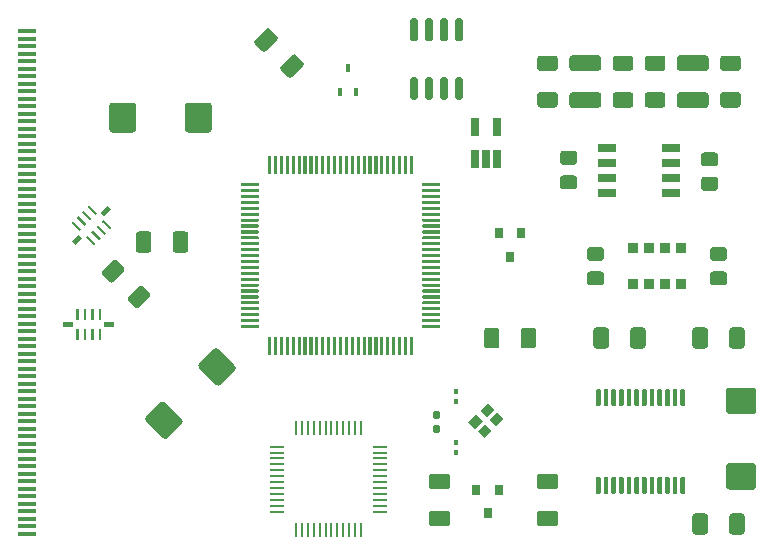
<source format=gbr>
%TF.GenerationSoftware,KiCad,Pcbnew,(5.1.10)-1*%
%TF.CreationDate,2021-11-28T20:39:18+00:00*%
%TF.ProjectId,pc_card_sound_barker,70635f63-6172-4645-9f73-6f756e645f62,rev?*%
%TF.SameCoordinates,Original*%
%TF.FileFunction,Paste,Top*%
%TF.FilePolarity,Positive*%
%FSLAX46Y46*%
G04 Gerber Fmt 4.6, Leading zero omitted, Abs format (unit mm)*
G04 Created by KiCad (PCBNEW (5.1.10)-1) date 2021-11-28 20:39:18*
%MOMM*%
%LPD*%
G01*
G04 APERTURE LIST*
%ADD10R,1.525000X0.700000*%
%ADD11R,0.900000X0.900000*%
%ADD12R,0.650000X1.560000*%
%ADD13R,0.800000X0.900000*%
%ADD14R,0.450000X0.700000*%
%ADD15C,0.100000*%
%ADD16R,1.300000X0.250000*%
%ADD17R,0.250000X1.300000*%
%ADD18R,1.498600X0.304800*%
G04 APERTURE END LIST*
%TO.C,U1*%
G36*
G01*
X124936900Y-71825000D02*
X124683100Y-71825000D01*
G75*
G02*
X124675000Y-71816900I0J8100D01*
G01*
X124675000Y-70313100D01*
G75*
G02*
X124683100Y-70305000I8100J0D01*
G01*
X124936900Y-70305000D01*
G75*
G02*
X124945000Y-70313100I0J-8100D01*
G01*
X124945000Y-71816900D01*
G75*
G02*
X124936900Y-71825000I-8100J0D01*
G01*
G37*
G36*
G01*
X125436900Y-71825000D02*
X125183100Y-71825000D01*
G75*
G02*
X125175000Y-71816900I0J8100D01*
G01*
X125175000Y-70313100D01*
G75*
G02*
X125183100Y-70305000I8100J0D01*
G01*
X125436900Y-70305000D01*
G75*
G02*
X125445000Y-70313100I0J-8100D01*
G01*
X125445000Y-71816900D01*
G75*
G02*
X125436900Y-71825000I-8100J0D01*
G01*
G37*
G36*
G01*
X125936900Y-71825000D02*
X125683100Y-71825000D01*
G75*
G02*
X125675000Y-71816900I0J8100D01*
G01*
X125675000Y-70313100D01*
G75*
G02*
X125683100Y-70305000I8100J0D01*
G01*
X125936900Y-70305000D01*
G75*
G02*
X125945000Y-70313100I0J-8100D01*
G01*
X125945000Y-71816900D01*
G75*
G02*
X125936900Y-71825000I-8100J0D01*
G01*
G37*
G36*
G01*
X126436900Y-71825000D02*
X126183100Y-71825000D01*
G75*
G02*
X126175000Y-71816900I0J8100D01*
G01*
X126175000Y-70313100D01*
G75*
G02*
X126183100Y-70305000I8100J0D01*
G01*
X126436900Y-70305000D01*
G75*
G02*
X126445000Y-70313100I0J-8100D01*
G01*
X126445000Y-71816900D01*
G75*
G02*
X126436900Y-71825000I-8100J0D01*
G01*
G37*
G36*
G01*
X126936900Y-71825000D02*
X126683100Y-71825000D01*
G75*
G02*
X126675000Y-71816900I0J8100D01*
G01*
X126675000Y-70313100D01*
G75*
G02*
X126683100Y-70305000I8100J0D01*
G01*
X126936900Y-70305000D01*
G75*
G02*
X126945000Y-70313100I0J-8100D01*
G01*
X126945000Y-71816900D01*
G75*
G02*
X126936900Y-71825000I-8100J0D01*
G01*
G37*
G36*
G01*
X127436900Y-71825000D02*
X127183100Y-71825000D01*
G75*
G02*
X127175000Y-71816900I0J8100D01*
G01*
X127175000Y-70313100D01*
G75*
G02*
X127183100Y-70305000I8100J0D01*
G01*
X127436900Y-70305000D01*
G75*
G02*
X127445000Y-70313100I0J-8100D01*
G01*
X127445000Y-71816900D01*
G75*
G02*
X127436900Y-71825000I-8100J0D01*
G01*
G37*
G36*
G01*
X127936900Y-71825000D02*
X127683100Y-71825000D01*
G75*
G02*
X127675000Y-71816900I0J8100D01*
G01*
X127675000Y-70313100D01*
G75*
G02*
X127683100Y-70305000I8100J0D01*
G01*
X127936900Y-70305000D01*
G75*
G02*
X127945000Y-70313100I0J-8100D01*
G01*
X127945000Y-71816900D01*
G75*
G02*
X127936900Y-71825000I-8100J0D01*
G01*
G37*
G36*
G01*
X128436900Y-71825000D02*
X128183100Y-71825000D01*
G75*
G02*
X128175000Y-71816900I0J8100D01*
G01*
X128175000Y-70313100D01*
G75*
G02*
X128183100Y-70305000I8100J0D01*
G01*
X128436900Y-70305000D01*
G75*
G02*
X128445000Y-70313100I0J-8100D01*
G01*
X128445000Y-71816900D01*
G75*
G02*
X128436900Y-71825000I-8100J0D01*
G01*
G37*
G36*
G01*
X128936900Y-71825000D02*
X128683100Y-71825000D01*
G75*
G02*
X128675000Y-71816900I0J8100D01*
G01*
X128675000Y-70313100D01*
G75*
G02*
X128683100Y-70305000I8100J0D01*
G01*
X128936900Y-70305000D01*
G75*
G02*
X128945000Y-70313100I0J-8100D01*
G01*
X128945000Y-71816900D01*
G75*
G02*
X128936900Y-71825000I-8100J0D01*
G01*
G37*
G36*
G01*
X129436900Y-71825000D02*
X129183100Y-71825000D01*
G75*
G02*
X129175000Y-71816900I0J8100D01*
G01*
X129175000Y-70313100D01*
G75*
G02*
X129183100Y-70305000I8100J0D01*
G01*
X129436900Y-70305000D01*
G75*
G02*
X129445000Y-70313100I0J-8100D01*
G01*
X129445000Y-71816900D01*
G75*
G02*
X129436900Y-71825000I-8100J0D01*
G01*
G37*
G36*
G01*
X129936900Y-71825000D02*
X129683100Y-71825000D01*
G75*
G02*
X129675000Y-71816900I0J8100D01*
G01*
X129675000Y-70313100D01*
G75*
G02*
X129683100Y-70305000I8100J0D01*
G01*
X129936900Y-70305000D01*
G75*
G02*
X129945000Y-70313100I0J-8100D01*
G01*
X129945000Y-71816900D01*
G75*
G02*
X129936900Y-71825000I-8100J0D01*
G01*
G37*
G36*
G01*
X130436900Y-71825000D02*
X130183100Y-71825000D01*
G75*
G02*
X130175000Y-71816900I0J8100D01*
G01*
X130175000Y-70313100D01*
G75*
G02*
X130183100Y-70305000I8100J0D01*
G01*
X130436900Y-70305000D01*
G75*
G02*
X130445000Y-70313100I0J-8100D01*
G01*
X130445000Y-71816900D01*
G75*
G02*
X130436900Y-71825000I-8100J0D01*
G01*
G37*
G36*
G01*
X130936900Y-71825000D02*
X130683100Y-71825000D01*
G75*
G02*
X130675000Y-71816900I0J8100D01*
G01*
X130675000Y-70313100D01*
G75*
G02*
X130683100Y-70305000I8100J0D01*
G01*
X130936900Y-70305000D01*
G75*
G02*
X130945000Y-70313100I0J-8100D01*
G01*
X130945000Y-71816900D01*
G75*
G02*
X130936900Y-71825000I-8100J0D01*
G01*
G37*
G36*
G01*
X131436900Y-71825000D02*
X131183100Y-71825000D01*
G75*
G02*
X131175000Y-71816900I0J8100D01*
G01*
X131175000Y-70313100D01*
G75*
G02*
X131183100Y-70305000I8100J0D01*
G01*
X131436900Y-70305000D01*
G75*
G02*
X131445000Y-70313100I0J-8100D01*
G01*
X131445000Y-71816900D01*
G75*
G02*
X131436900Y-71825000I-8100J0D01*
G01*
G37*
G36*
G01*
X131936900Y-71825000D02*
X131683100Y-71825000D01*
G75*
G02*
X131675000Y-71816900I0J8100D01*
G01*
X131675000Y-70313100D01*
G75*
G02*
X131683100Y-70305000I8100J0D01*
G01*
X131936900Y-70305000D01*
G75*
G02*
X131945000Y-70313100I0J-8100D01*
G01*
X131945000Y-71816900D01*
G75*
G02*
X131936900Y-71825000I-8100J0D01*
G01*
G37*
G36*
G01*
X132436900Y-71825000D02*
X132183100Y-71825000D01*
G75*
G02*
X132175000Y-71816900I0J8100D01*
G01*
X132175000Y-70313100D01*
G75*
G02*
X132183100Y-70305000I8100J0D01*
G01*
X132436900Y-70305000D01*
G75*
G02*
X132445000Y-70313100I0J-8100D01*
G01*
X132445000Y-71816900D01*
G75*
G02*
X132436900Y-71825000I-8100J0D01*
G01*
G37*
G36*
G01*
X132936900Y-71825000D02*
X132683100Y-71825000D01*
G75*
G02*
X132675000Y-71816900I0J8100D01*
G01*
X132675000Y-70313100D01*
G75*
G02*
X132683100Y-70305000I8100J0D01*
G01*
X132936900Y-70305000D01*
G75*
G02*
X132945000Y-70313100I0J-8100D01*
G01*
X132945000Y-71816900D01*
G75*
G02*
X132936900Y-71825000I-8100J0D01*
G01*
G37*
G36*
G01*
X133436900Y-71825000D02*
X133183100Y-71825000D01*
G75*
G02*
X133175000Y-71816900I0J8100D01*
G01*
X133175000Y-70313100D01*
G75*
G02*
X133183100Y-70305000I8100J0D01*
G01*
X133436900Y-70305000D01*
G75*
G02*
X133445000Y-70313100I0J-8100D01*
G01*
X133445000Y-71816900D01*
G75*
G02*
X133436900Y-71825000I-8100J0D01*
G01*
G37*
G36*
G01*
X133936900Y-71825000D02*
X133683100Y-71825000D01*
G75*
G02*
X133675000Y-71816900I0J8100D01*
G01*
X133675000Y-70313100D01*
G75*
G02*
X133683100Y-70305000I8100J0D01*
G01*
X133936900Y-70305000D01*
G75*
G02*
X133945000Y-70313100I0J-8100D01*
G01*
X133945000Y-71816900D01*
G75*
G02*
X133936900Y-71825000I-8100J0D01*
G01*
G37*
G36*
G01*
X134436900Y-71825000D02*
X134183100Y-71825000D01*
G75*
G02*
X134175000Y-71816900I0J8100D01*
G01*
X134175000Y-70313100D01*
G75*
G02*
X134183100Y-70305000I8100J0D01*
G01*
X134436900Y-70305000D01*
G75*
G02*
X134445000Y-70313100I0J-8100D01*
G01*
X134445000Y-71816900D01*
G75*
G02*
X134436900Y-71825000I-8100J0D01*
G01*
G37*
G36*
G01*
X134936900Y-71825000D02*
X134683100Y-71825000D01*
G75*
G02*
X134675000Y-71816900I0J8100D01*
G01*
X134675000Y-70313100D01*
G75*
G02*
X134683100Y-70305000I8100J0D01*
G01*
X134936900Y-70305000D01*
G75*
G02*
X134945000Y-70313100I0J-8100D01*
G01*
X134945000Y-71816900D01*
G75*
G02*
X134936900Y-71825000I-8100J0D01*
G01*
G37*
G36*
G01*
X135436900Y-71825000D02*
X135183100Y-71825000D01*
G75*
G02*
X135175000Y-71816900I0J8100D01*
G01*
X135175000Y-70313100D01*
G75*
G02*
X135183100Y-70305000I8100J0D01*
G01*
X135436900Y-70305000D01*
G75*
G02*
X135445000Y-70313100I0J-8100D01*
G01*
X135445000Y-71816900D01*
G75*
G02*
X135436900Y-71825000I-8100J0D01*
G01*
G37*
G36*
G01*
X135936900Y-71825000D02*
X135683100Y-71825000D01*
G75*
G02*
X135675000Y-71816900I0J8100D01*
G01*
X135675000Y-70313100D01*
G75*
G02*
X135683100Y-70305000I8100J0D01*
G01*
X135936900Y-70305000D01*
G75*
G02*
X135945000Y-70313100I0J-8100D01*
G01*
X135945000Y-71816900D01*
G75*
G02*
X135936900Y-71825000I-8100J0D01*
G01*
G37*
G36*
G01*
X136436900Y-71825000D02*
X136183100Y-71825000D01*
G75*
G02*
X136175000Y-71816900I0J8100D01*
G01*
X136175000Y-70313100D01*
G75*
G02*
X136183100Y-70305000I8100J0D01*
G01*
X136436900Y-70305000D01*
G75*
G02*
X136445000Y-70313100I0J-8100D01*
G01*
X136445000Y-71816900D01*
G75*
G02*
X136436900Y-71825000I-8100J0D01*
G01*
G37*
G36*
G01*
X136936900Y-71825000D02*
X136683100Y-71825000D01*
G75*
G02*
X136675000Y-71816900I0J8100D01*
G01*
X136675000Y-70313100D01*
G75*
G02*
X136683100Y-70305000I8100J0D01*
G01*
X136936900Y-70305000D01*
G75*
G02*
X136945000Y-70313100I0J-8100D01*
G01*
X136945000Y-71816900D01*
G75*
G02*
X136936900Y-71825000I-8100J0D01*
G01*
G37*
G36*
G01*
X136936900Y-87175000D02*
X136683100Y-87175000D01*
G75*
G02*
X136675000Y-87166900I0J8100D01*
G01*
X136675000Y-85663100D01*
G75*
G02*
X136683100Y-85655000I8100J0D01*
G01*
X136936900Y-85655000D01*
G75*
G02*
X136945000Y-85663100I0J-8100D01*
G01*
X136945000Y-87166900D01*
G75*
G02*
X136936900Y-87175000I-8100J0D01*
G01*
G37*
G36*
G01*
X136436900Y-87175000D02*
X136183100Y-87175000D01*
G75*
G02*
X136175000Y-87166900I0J8100D01*
G01*
X136175000Y-85663100D01*
G75*
G02*
X136183100Y-85655000I8100J0D01*
G01*
X136436900Y-85655000D01*
G75*
G02*
X136445000Y-85663100I0J-8100D01*
G01*
X136445000Y-87166900D01*
G75*
G02*
X136436900Y-87175000I-8100J0D01*
G01*
G37*
G36*
G01*
X135936900Y-87175000D02*
X135683100Y-87175000D01*
G75*
G02*
X135675000Y-87166900I0J8100D01*
G01*
X135675000Y-85663100D01*
G75*
G02*
X135683100Y-85655000I8100J0D01*
G01*
X135936900Y-85655000D01*
G75*
G02*
X135945000Y-85663100I0J-8100D01*
G01*
X135945000Y-87166900D01*
G75*
G02*
X135936900Y-87175000I-8100J0D01*
G01*
G37*
G36*
G01*
X135436900Y-87175000D02*
X135183100Y-87175000D01*
G75*
G02*
X135175000Y-87166900I0J8100D01*
G01*
X135175000Y-85663100D01*
G75*
G02*
X135183100Y-85655000I8100J0D01*
G01*
X135436900Y-85655000D01*
G75*
G02*
X135445000Y-85663100I0J-8100D01*
G01*
X135445000Y-87166900D01*
G75*
G02*
X135436900Y-87175000I-8100J0D01*
G01*
G37*
G36*
G01*
X134936900Y-87175000D02*
X134683100Y-87175000D01*
G75*
G02*
X134675000Y-87166900I0J8100D01*
G01*
X134675000Y-85663100D01*
G75*
G02*
X134683100Y-85655000I8100J0D01*
G01*
X134936900Y-85655000D01*
G75*
G02*
X134945000Y-85663100I0J-8100D01*
G01*
X134945000Y-87166900D01*
G75*
G02*
X134936900Y-87175000I-8100J0D01*
G01*
G37*
G36*
G01*
X134436900Y-87175000D02*
X134183100Y-87175000D01*
G75*
G02*
X134175000Y-87166900I0J8100D01*
G01*
X134175000Y-85663100D01*
G75*
G02*
X134183100Y-85655000I8100J0D01*
G01*
X134436900Y-85655000D01*
G75*
G02*
X134445000Y-85663100I0J-8100D01*
G01*
X134445000Y-87166900D01*
G75*
G02*
X134436900Y-87175000I-8100J0D01*
G01*
G37*
G36*
G01*
X133936900Y-87175000D02*
X133683100Y-87175000D01*
G75*
G02*
X133675000Y-87166900I0J8100D01*
G01*
X133675000Y-85663100D01*
G75*
G02*
X133683100Y-85655000I8100J0D01*
G01*
X133936900Y-85655000D01*
G75*
G02*
X133945000Y-85663100I0J-8100D01*
G01*
X133945000Y-87166900D01*
G75*
G02*
X133936900Y-87175000I-8100J0D01*
G01*
G37*
G36*
G01*
X133436900Y-87175000D02*
X133183100Y-87175000D01*
G75*
G02*
X133175000Y-87166900I0J8100D01*
G01*
X133175000Y-85663100D01*
G75*
G02*
X133183100Y-85655000I8100J0D01*
G01*
X133436900Y-85655000D01*
G75*
G02*
X133445000Y-85663100I0J-8100D01*
G01*
X133445000Y-87166900D01*
G75*
G02*
X133436900Y-87175000I-8100J0D01*
G01*
G37*
G36*
G01*
X132936900Y-87175000D02*
X132683100Y-87175000D01*
G75*
G02*
X132675000Y-87166900I0J8100D01*
G01*
X132675000Y-85663100D01*
G75*
G02*
X132683100Y-85655000I8100J0D01*
G01*
X132936900Y-85655000D01*
G75*
G02*
X132945000Y-85663100I0J-8100D01*
G01*
X132945000Y-87166900D01*
G75*
G02*
X132936900Y-87175000I-8100J0D01*
G01*
G37*
G36*
G01*
X132436900Y-87175000D02*
X132183100Y-87175000D01*
G75*
G02*
X132175000Y-87166900I0J8100D01*
G01*
X132175000Y-85663100D01*
G75*
G02*
X132183100Y-85655000I8100J0D01*
G01*
X132436900Y-85655000D01*
G75*
G02*
X132445000Y-85663100I0J-8100D01*
G01*
X132445000Y-87166900D01*
G75*
G02*
X132436900Y-87175000I-8100J0D01*
G01*
G37*
G36*
G01*
X131936900Y-87175000D02*
X131683100Y-87175000D01*
G75*
G02*
X131675000Y-87166900I0J8100D01*
G01*
X131675000Y-85663100D01*
G75*
G02*
X131683100Y-85655000I8100J0D01*
G01*
X131936900Y-85655000D01*
G75*
G02*
X131945000Y-85663100I0J-8100D01*
G01*
X131945000Y-87166900D01*
G75*
G02*
X131936900Y-87175000I-8100J0D01*
G01*
G37*
G36*
G01*
X131436900Y-87175000D02*
X131183100Y-87175000D01*
G75*
G02*
X131175000Y-87166900I0J8100D01*
G01*
X131175000Y-85663100D01*
G75*
G02*
X131183100Y-85655000I8100J0D01*
G01*
X131436900Y-85655000D01*
G75*
G02*
X131445000Y-85663100I0J-8100D01*
G01*
X131445000Y-87166900D01*
G75*
G02*
X131436900Y-87175000I-8100J0D01*
G01*
G37*
G36*
G01*
X130936900Y-87175000D02*
X130683100Y-87175000D01*
G75*
G02*
X130675000Y-87166900I0J8100D01*
G01*
X130675000Y-85663100D01*
G75*
G02*
X130683100Y-85655000I8100J0D01*
G01*
X130936900Y-85655000D01*
G75*
G02*
X130945000Y-85663100I0J-8100D01*
G01*
X130945000Y-87166900D01*
G75*
G02*
X130936900Y-87175000I-8100J0D01*
G01*
G37*
G36*
G01*
X130436900Y-87175000D02*
X130183100Y-87175000D01*
G75*
G02*
X130175000Y-87166900I0J8100D01*
G01*
X130175000Y-85663100D01*
G75*
G02*
X130183100Y-85655000I8100J0D01*
G01*
X130436900Y-85655000D01*
G75*
G02*
X130445000Y-85663100I0J-8100D01*
G01*
X130445000Y-87166900D01*
G75*
G02*
X130436900Y-87175000I-8100J0D01*
G01*
G37*
G36*
G01*
X129936900Y-87175000D02*
X129683100Y-87175000D01*
G75*
G02*
X129675000Y-87166900I0J8100D01*
G01*
X129675000Y-85663100D01*
G75*
G02*
X129683100Y-85655000I8100J0D01*
G01*
X129936900Y-85655000D01*
G75*
G02*
X129945000Y-85663100I0J-8100D01*
G01*
X129945000Y-87166900D01*
G75*
G02*
X129936900Y-87175000I-8100J0D01*
G01*
G37*
G36*
G01*
X129436900Y-87175000D02*
X129183100Y-87175000D01*
G75*
G02*
X129175000Y-87166900I0J8100D01*
G01*
X129175000Y-85663100D01*
G75*
G02*
X129183100Y-85655000I8100J0D01*
G01*
X129436900Y-85655000D01*
G75*
G02*
X129445000Y-85663100I0J-8100D01*
G01*
X129445000Y-87166900D01*
G75*
G02*
X129436900Y-87175000I-8100J0D01*
G01*
G37*
G36*
G01*
X128936900Y-87175000D02*
X128683100Y-87175000D01*
G75*
G02*
X128675000Y-87166900I0J8100D01*
G01*
X128675000Y-85663100D01*
G75*
G02*
X128683100Y-85655000I8100J0D01*
G01*
X128936900Y-85655000D01*
G75*
G02*
X128945000Y-85663100I0J-8100D01*
G01*
X128945000Y-87166900D01*
G75*
G02*
X128936900Y-87175000I-8100J0D01*
G01*
G37*
G36*
G01*
X128436900Y-87175000D02*
X128183100Y-87175000D01*
G75*
G02*
X128175000Y-87166900I0J8100D01*
G01*
X128175000Y-85663100D01*
G75*
G02*
X128183100Y-85655000I8100J0D01*
G01*
X128436900Y-85655000D01*
G75*
G02*
X128445000Y-85663100I0J-8100D01*
G01*
X128445000Y-87166900D01*
G75*
G02*
X128436900Y-87175000I-8100J0D01*
G01*
G37*
G36*
G01*
X127936900Y-87175000D02*
X127683100Y-87175000D01*
G75*
G02*
X127675000Y-87166900I0J8100D01*
G01*
X127675000Y-85663100D01*
G75*
G02*
X127683100Y-85655000I8100J0D01*
G01*
X127936900Y-85655000D01*
G75*
G02*
X127945000Y-85663100I0J-8100D01*
G01*
X127945000Y-87166900D01*
G75*
G02*
X127936900Y-87175000I-8100J0D01*
G01*
G37*
G36*
G01*
X127436900Y-87175000D02*
X127183100Y-87175000D01*
G75*
G02*
X127175000Y-87166900I0J8100D01*
G01*
X127175000Y-85663100D01*
G75*
G02*
X127183100Y-85655000I8100J0D01*
G01*
X127436900Y-85655000D01*
G75*
G02*
X127445000Y-85663100I0J-8100D01*
G01*
X127445000Y-87166900D01*
G75*
G02*
X127436900Y-87175000I-8100J0D01*
G01*
G37*
G36*
G01*
X126936900Y-87175000D02*
X126683100Y-87175000D01*
G75*
G02*
X126675000Y-87166900I0J8100D01*
G01*
X126675000Y-85663100D01*
G75*
G02*
X126683100Y-85655000I8100J0D01*
G01*
X126936900Y-85655000D01*
G75*
G02*
X126945000Y-85663100I0J-8100D01*
G01*
X126945000Y-87166900D01*
G75*
G02*
X126936900Y-87175000I-8100J0D01*
G01*
G37*
G36*
G01*
X126436900Y-87175000D02*
X126183100Y-87175000D01*
G75*
G02*
X126175000Y-87166900I0J8100D01*
G01*
X126175000Y-85663100D01*
G75*
G02*
X126183100Y-85655000I8100J0D01*
G01*
X126436900Y-85655000D01*
G75*
G02*
X126445000Y-85663100I0J-8100D01*
G01*
X126445000Y-87166900D01*
G75*
G02*
X126436900Y-87175000I-8100J0D01*
G01*
G37*
G36*
G01*
X125936900Y-87175000D02*
X125683100Y-87175000D01*
G75*
G02*
X125675000Y-87166900I0J8100D01*
G01*
X125675000Y-85663100D01*
G75*
G02*
X125683100Y-85655000I8100J0D01*
G01*
X125936900Y-85655000D01*
G75*
G02*
X125945000Y-85663100I0J-8100D01*
G01*
X125945000Y-87166900D01*
G75*
G02*
X125936900Y-87175000I-8100J0D01*
G01*
G37*
G36*
G01*
X125436900Y-87175000D02*
X125183100Y-87175000D01*
G75*
G02*
X125175000Y-87166900I0J8100D01*
G01*
X125175000Y-85663100D01*
G75*
G02*
X125183100Y-85655000I8100J0D01*
G01*
X125436900Y-85655000D01*
G75*
G02*
X125445000Y-85663100I0J-8100D01*
G01*
X125445000Y-87166900D01*
G75*
G02*
X125436900Y-87175000I-8100J0D01*
G01*
G37*
G36*
G01*
X124936900Y-87175000D02*
X124683100Y-87175000D01*
G75*
G02*
X124675000Y-87166900I0J8100D01*
G01*
X124675000Y-85663100D01*
G75*
G02*
X124683100Y-85655000I8100J0D01*
G01*
X124936900Y-85655000D01*
G75*
G02*
X124945000Y-85663100I0J-8100D01*
G01*
X124945000Y-87166900D01*
G75*
G02*
X124936900Y-87175000I-8100J0D01*
G01*
G37*
G36*
G01*
X123843700Y-84875000D02*
X122426300Y-84875000D01*
G75*
G02*
X122375000Y-84823700I0J51300D01*
G01*
X122375000Y-84656300D01*
G75*
G02*
X122426300Y-84605000I51300J0D01*
G01*
X123843700Y-84605000D01*
G75*
G02*
X123895000Y-84656300I0J-51300D01*
G01*
X123895000Y-84823700D01*
G75*
G02*
X123843700Y-84875000I-51300J0D01*
G01*
G37*
G36*
G01*
X123843700Y-84375000D02*
X122426300Y-84375000D01*
G75*
G02*
X122375000Y-84323700I0J51300D01*
G01*
X122375000Y-84156300D01*
G75*
G02*
X122426300Y-84105000I51300J0D01*
G01*
X123843700Y-84105000D01*
G75*
G02*
X123895000Y-84156300I0J-51300D01*
G01*
X123895000Y-84323700D01*
G75*
G02*
X123843700Y-84375000I-51300J0D01*
G01*
G37*
G36*
G01*
X123843700Y-83875000D02*
X122426300Y-83875000D01*
G75*
G02*
X122375000Y-83823700I0J51300D01*
G01*
X122375000Y-83656300D01*
G75*
G02*
X122426300Y-83605000I51300J0D01*
G01*
X123843700Y-83605000D01*
G75*
G02*
X123895000Y-83656300I0J-51300D01*
G01*
X123895000Y-83823700D01*
G75*
G02*
X123843700Y-83875000I-51300J0D01*
G01*
G37*
G36*
G01*
X123843700Y-83375000D02*
X122426300Y-83375000D01*
G75*
G02*
X122375000Y-83323700I0J51300D01*
G01*
X122375000Y-83156300D01*
G75*
G02*
X122426300Y-83105000I51300J0D01*
G01*
X123843700Y-83105000D01*
G75*
G02*
X123895000Y-83156300I0J-51300D01*
G01*
X123895000Y-83323700D01*
G75*
G02*
X123843700Y-83375000I-51300J0D01*
G01*
G37*
G36*
G01*
X123843700Y-82875000D02*
X122426300Y-82875000D01*
G75*
G02*
X122375000Y-82823700I0J51300D01*
G01*
X122375000Y-82656300D01*
G75*
G02*
X122426300Y-82605000I51300J0D01*
G01*
X123843700Y-82605000D01*
G75*
G02*
X123895000Y-82656300I0J-51300D01*
G01*
X123895000Y-82823700D01*
G75*
G02*
X123843700Y-82875000I-51300J0D01*
G01*
G37*
G36*
G01*
X123843700Y-82375000D02*
X122426300Y-82375000D01*
G75*
G02*
X122375000Y-82323700I0J51300D01*
G01*
X122375000Y-82156300D01*
G75*
G02*
X122426300Y-82105000I51300J0D01*
G01*
X123843700Y-82105000D01*
G75*
G02*
X123895000Y-82156300I0J-51300D01*
G01*
X123895000Y-82323700D01*
G75*
G02*
X123843700Y-82375000I-51300J0D01*
G01*
G37*
G36*
G01*
X123843700Y-81875000D02*
X122426300Y-81875000D01*
G75*
G02*
X122375000Y-81823700I0J51300D01*
G01*
X122375000Y-81656300D01*
G75*
G02*
X122426300Y-81605000I51300J0D01*
G01*
X123843700Y-81605000D01*
G75*
G02*
X123895000Y-81656300I0J-51300D01*
G01*
X123895000Y-81823700D01*
G75*
G02*
X123843700Y-81875000I-51300J0D01*
G01*
G37*
G36*
G01*
X123843700Y-81375000D02*
X122426300Y-81375000D01*
G75*
G02*
X122375000Y-81323700I0J51300D01*
G01*
X122375000Y-81156300D01*
G75*
G02*
X122426300Y-81105000I51300J0D01*
G01*
X123843700Y-81105000D01*
G75*
G02*
X123895000Y-81156300I0J-51300D01*
G01*
X123895000Y-81323700D01*
G75*
G02*
X123843700Y-81375000I-51300J0D01*
G01*
G37*
G36*
G01*
X123843700Y-80875000D02*
X122426300Y-80875000D01*
G75*
G02*
X122375000Y-80823700I0J51300D01*
G01*
X122375000Y-80656300D01*
G75*
G02*
X122426300Y-80605000I51300J0D01*
G01*
X123843700Y-80605000D01*
G75*
G02*
X123895000Y-80656300I0J-51300D01*
G01*
X123895000Y-80823700D01*
G75*
G02*
X123843700Y-80875000I-51300J0D01*
G01*
G37*
G36*
G01*
X123843700Y-80375000D02*
X122426300Y-80375000D01*
G75*
G02*
X122375000Y-80323700I0J51300D01*
G01*
X122375000Y-80156300D01*
G75*
G02*
X122426300Y-80105000I51300J0D01*
G01*
X123843700Y-80105000D01*
G75*
G02*
X123895000Y-80156300I0J-51300D01*
G01*
X123895000Y-80323700D01*
G75*
G02*
X123843700Y-80375000I-51300J0D01*
G01*
G37*
G36*
G01*
X123843700Y-79875000D02*
X122426300Y-79875000D01*
G75*
G02*
X122375000Y-79823700I0J51300D01*
G01*
X122375000Y-79656300D01*
G75*
G02*
X122426300Y-79605000I51300J0D01*
G01*
X123843700Y-79605000D01*
G75*
G02*
X123895000Y-79656300I0J-51300D01*
G01*
X123895000Y-79823700D01*
G75*
G02*
X123843700Y-79875000I-51300J0D01*
G01*
G37*
G36*
G01*
X123843700Y-79375000D02*
X122426300Y-79375000D01*
G75*
G02*
X122375000Y-79323700I0J51300D01*
G01*
X122375000Y-79156300D01*
G75*
G02*
X122426300Y-79105000I51300J0D01*
G01*
X123843700Y-79105000D01*
G75*
G02*
X123895000Y-79156300I0J-51300D01*
G01*
X123895000Y-79323700D01*
G75*
G02*
X123843700Y-79375000I-51300J0D01*
G01*
G37*
G36*
G01*
X123843700Y-78875000D02*
X122426300Y-78875000D01*
G75*
G02*
X122375000Y-78823700I0J51300D01*
G01*
X122375000Y-78656300D01*
G75*
G02*
X122426300Y-78605000I51300J0D01*
G01*
X123843700Y-78605000D01*
G75*
G02*
X123895000Y-78656300I0J-51300D01*
G01*
X123895000Y-78823700D01*
G75*
G02*
X123843700Y-78875000I-51300J0D01*
G01*
G37*
G36*
G01*
X123843700Y-78375000D02*
X122426300Y-78375000D01*
G75*
G02*
X122375000Y-78323700I0J51300D01*
G01*
X122375000Y-78156300D01*
G75*
G02*
X122426300Y-78105000I51300J0D01*
G01*
X123843700Y-78105000D01*
G75*
G02*
X123895000Y-78156300I0J-51300D01*
G01*
X123895000Y-78323700D01*
G75*
G02*
X123843700Y-78375000I-51300J0D01*
G01*
G37*
G36*
G01*
X123843700Y-77875000D02*
X122426300Y-77875000D01*
G75*
G02*
X122375000Y-77823700I0J51300D01*
G01*
X122375000Y-77656300D01*
G75*
G02*
X122426300Y-77605000I51300J0D01*
G01*
X123843700Y-77605000D01*
G75*
G02*
X123895000Y-77656300I0J-51300D01*
G01*
X123895000Y-77823700D01*
G75*
G02*
X123843700Y-77875000I-51300J0D01*
G01*
G37*
G36*
G01*
X123843700Y-77375000D02*
X122426300Y-77375000D01*
G75*
G02*
X122375000Y-77323700I0J51300D01*
G01*
X122375000Y-77156300D01*
G75*
G02*
X122426300Y-77105000I51300J0D01*
G01*
X123843700Y-77105000D01*
G75*
G02*
X123895000Y-77156300I0J-51300D01*
G01*
X123895000Y-77323700D01*
G75*
G02*
X123843700Y-77375000I-51300J0D01*
G01*
G37*
G36*
G01*
X123843700Y-76875000D02*
X122426300Y-76875000D01*
G75*
G02*
X122375000Y-76823700I0J51300D01*
G01*
X122375000Y-76656300D01*
G75*
G02*
X122426300Y-76605000I51300J0D01*
G01*
X123843700Y-76605000D01*
G75*
G02*
X123895000Y-76656300I0J-51300D01*
G01*
X123895000Y-76823700D01*
G75*
G02*
X123843700Y-76875000I-51300J0D01*
G01*
G37*
G36*
G01*
X123843700Y-76375000D02*
X122426300Y-76375000D01*
G75*
G02*
X122375000Y-76323700I0J51300D01*
G01*
X122375000Y-76156300D01*
G75*
G02*
X122426300Y-76105000I51300J0D01*
G01*
X123843700Y-76105000D01*
G75*
G02*
X123895000Y-76156300I0J-51300D01*
G01*
X123895000Y-76323700D01*
G75*
G02*
X123843700Y-76375000I-51300J0D01*
G01*
G37*
G36*
G01*
X123843700Y-75875000D02*
X122426300Y-75875000D01*
G75*
G02*
X122375000Y-75823700I0J51300D01*
G01*
X122375000Y-75656300D01*
G75*
G02*
X122426300Y-75605000I51300J0D01*
G01*
X123843700Y-75605000D01*
G75*
G02*
X123895000Y-75656300I0J-51300D01*
G01*
X123895000Y-75823700D01*
G75*
G02*
X123843700Y-75875000I-51300J0D01*
G01*
G37*
G36*
G01*
X123843700Y-75375000D02*
X122426300Y-75375000D01*
G75*
G02*
X122375000Y-75323700I0J51300D01*
G01*
X122375000Y-75156300D01*
G75*
G02*
X122426300Y-75105000I51300J0D01*
G01*
X123843700Y-75105000D01*
G75*
G02*
X123895000Y-75156300I0J-51300D01*
G01*
X123895000Y-75323700D01*
G75*
G02*
X123843700Y-75375000I-51300J0D01*
G01*
G37*
G36*
G01*
X123843700Y-74875000D02*
X122426300Y-74875000D01*
G75*
G02*
X122375000Y-74823700I0J51300D01*
G01*
X122375000Y-74656300D01*
G75*
G02*
X122426300Y-74605000I51300J0D01*
G01*
X123843700Y-74605000D01*
G75*
G02*
X123895000Y-74656300I0J-51300D01*
G01*
X123895000Y-74823700D01*
G75*
G02*
X123843700Y-74875000I-51300J0D01*
G01*
G37*
G36*
G01*
X123843700Y-74375000D02*
X122426300Y-74375000D01*
G75*
G02*
X122375000Y-74323700I0J51300D01*
G01*
X122375000Y-74156300D01*
G75*
G02*
X122426300Y-74105000I51300J0D01*
G01*
X123843700Y-74105000D01*
G75*
G02*
X123895000Y-74156300I0J-51300D01*
G01*
X123895000Y-74323700D01*
G75*
G02*
X123843700Y-74375000I-51300J0D01*
G01*
G37*
G36*
G01*
X123843700Y-73875000D02*
X122426300Y-73875000D01*
G75*
G02*
X122375000Y-73823700I0J51300D01*
G01*
X122375000Y-73656300D01*
G75*
G02*
X122426300Y-73605000I51300J0D01*
G01*
X123843700Y-73605000D01*
G75*
G02*
X123895000Y-73656300I0J-51300D01*
G01*
X123895000Y-73823700D01*
G75*
G02*
X123843700Y-73875000I-51300J0D01*
G01*
G37*
G36*
G01*
X123843700Y-73375000D02*
X122426300Y-73375000D01*
G75*
G02*
X122375000Y-73323700I0J51300D01*
G01*
X122375000Y-73156300D01*
G75*
G02*
X122426300Y-73105000I51300J0D01*
G01*
X123843700Y-73105000D01*
G75*
G02*
X123895000Y-73156300I0J-51300D01*
G01*
X123895000Y-73323700D01*
G75*
G02*
X123843700Y-73375000I-51300J0D01*
G01*
G37*
G36*
G01*
X123843700Y-72875000D02*
X122426300Y-72875000D01*
G75*
G02*
X122375000Y-72823700I0J51300D01*
G01*
X122375000Y-72656300D01*
G75*
G02*
X122426300Y-72605000I51300J0D01*
G01*
X123843700Y-72605000D01*
G75*
G02*
X123895000Y-72656300I0J-51300D01*
G01*
X123895000Y-72823700D01*
G75*
G02*
X123843700Y-72875000I-51300J0D01*
G01*
G37*
G36*
G01*
X139193700Y-72875000D02*
X137776300Y-72875000D01*
G75*
G02*
X137725000Y-72823700I0J51300D01*
G01*
X137725000Y-72656300D01*
G75*
G02*
X137776300Y-72605000I51300J0D01*
G01*
X139193700Y-72605000D01*
G75*
G02*
X139245000Y-72656300I0J-51300D01*
G01*
X139245000Y-72823700D01*
G75*
G02*
X139193700Y-72875000I-51300J0D01*
G01*
G37*
G36*
G01*
X139193700Y-73375000D02*
X137776300Y-73375000D01*
G75*
G02*
X137725000Y-73323700I0J51300D01*
G01*
X137725000Y-73156300D01*
G75*
G02*
X137776300Y-73105000I51300J0D01*
G01*
X139193700Y-73105000D01*
G75*
G02*
X139245000Y-73156300I0J-51300D01*
G01*
X139245000Y-73323700D01*
G75*
G02*
X139193700Y-73375000I-51300J0D01*
G01*
G37*
G36*
G01*
X139193700Y-73875000D02*
X137776300Y-73875000D01*
G75*
G02*
X137725000Y-73823700I0J51300D01*
G01*
X137725000Y-73656300D01*
G75*
G02*
X137776300Y-73605000I51300J0D01*
G01*
X139193700Y-73605000D01*
G75*
G02*
X139245000Y-73656300I0J-51300D01*
G01*
X139245000Y-73823700D01*
G75*
G02*
X139193700Y-73875000I-51300J0D01*
G01*
G37*
G36*
G01*
X139193700Y-74375000D02*
X137776300Y-74375000D01*
G75*
G02*
X137725000Y-74323700I0J51300D01*
G01*
X137725000Y-74156300D01*
G75*
G02*
X137776300Y-74105000I51300J0D01*
G01*
X139193700Y-74105000D01*
G75*
G02*
X139245000Y-74156300I0J-51300D01*
G01*
X139245000Y-74323700D01*
G75*
G02*
X139193700Y-74375000I-51300J0D01*
G01*
G37*
G36*
G01*
X139193700Y-74875000D02*
X137776300Y-74875000D01*
G75*
G02*
X137725000Y-74823700I0J51300D01*
G01*
X137725000Y-74656300D01*
G75*
G02*
X137776300Y-74605000I51300J0D01*
G01*
X139193700Y-74605000D01*
G75*
G02*
X139245000Y-74656300I0J-51300D01*
G01*
X139245000Y-74823700D01*
G75*
G02*
X139193700Y-74875000I-51300J0D01*
G01*
G37*
G36*
G01*
X139193700Y-75375000D02*
X137776300Y-75375000D01*
G75*
G02*
X137725000Y-75323700I0J51300D01*
G01*
X137725000Y-75156300D01*
G75*
G02*
X137776300Y-75105000I51300J0D01*
G01*
X139193700Y-75105000D01*
G75*
G02*
X139245000Y-75156300I0J-51300D01*
G01*
X139245000Y-75323700D01*
G75*
G02*
X139193700Y-75375000I-51300J0D01*
G01*
G37*
G36*
G01*
X139193700Y-75875000D02*
X137776300Y-75875000D01*
G75*
G02*
X137725000Y-75823700I0J51300D01*
G01*
X137725000Y-75656300D01*
G75*
G02*
X137776300Y-75605000I51300J0D01*
G01*
X139193700Y-75605000D01*
G75*
G02*
X139245000Y-75656300I0J-51300D01*
G01*
X139245000Y-75823700D01*
G75*
G02*
X139193700Y-75875000I-51300J0D01*
G01*
G37*
G36*
G01*
X139193700Y-76375000D02*
X137776300Y-76375000D01*
G75*
G02*
X137725000Y-76323700I0J51300D01*
G01*
X137725000Y-76156300D01*
G75*
G02*
X137776300Y-76105000I51300J0D01*
G01*
X139193700Y-76105000D01*
G75*
G02*
X139245000Y-76156300I0J-51300D01*
G01*
X139245000Y-76323700D01*
G75*
G02*
X139193700Y-76375000I-51300J0D01*
G01*
G37*
G36*
G01*
X139193700Y-76875000D02*
X137776300Y-76875000D01*
G75*
G02*
X137725000Y-76823700I0J51300D01*
G01*
X137725000Y-76656300D01*
G75*
G02*
X137776300Y-76605000I51300J0D01*
G01*
X139193700Y-76605000D01*
G75*
G02*
X139245000Y-76656300I0J-51300D01*
G01*
X139245000Y-76823700D01*
G75*
G02*
X139193700Y-76875000I-51300J0D01*
G01*
G37*
G36*
G01*
X139193700Y-77375000D02*
X137776300Y-77375000D01*
G75*
G02*
X137725000Y-77323700I0J51300D01*
G01*
X137725000Y-77156300D01*
G75*
G02*
X137776300Y-77105000I51300J0D01*
G01*
X139193700Y-77105000D01*
G75*
G02*
X139245000Y-77156300I0J-51300D01*
G01*
X139245000Y-77323700D01*
G75*
G02*
X139193700Y-77375000I-51300J0D01*
G01*
G37*
G36*
G01*
X139193700Y-77875000D02*
X137776300Y-77875000D01*
G75*
G02*
X137725000Y-77823700I0J51300D01*
G01*
X137725000Y-77656300D01*
G75*
G02*
X137776300Y-77605000I51300J0D01*
G01*
X139193700Y-77605000D01*
G75*
G02*
X139245000Y-77656300I0J-51300D01*
G01*
X139245000Y-77823700D01*
G75*
G02*
X139193700Y-77875000I-51300J0D01*
G01*
G37*
G36*
G01*
X139193700Y-78375000D02*
X137776300Y-78375000D01*
G75*
G02*
X137725000Y-78323700I0J51300D01*
G01*
X137725000Y-78156300D01*
G75*
G02*
X137776300Y-78105000I51300J0D01*
G01*
X139193700Y-78105000D01*
G75*
G02*
X139245000Y-78156300I0J-51300D01*
G01*
X139245000Y-78323700D01*
G75*
G02*
X139193700Y-78375000I-51300J0D01*
G01*
G37*
G36*
G01*
X139193700Y-78875000D02*
X137776300Y-78875000D01*
G75*
G02*
X137725000Y-78823700I0J51300D01*
G01*
X137725000Y-78656300D01*
G75*
G02*
X137776300Y-78605000I51300J0D01*
G01*
X139193700Y-78605000D01*
G75*
G02*
X139245000Y-78656300I0J-51300D01*
G01*
X139245000Y-78823700D01*
G75*
G02*
X139193700Y-78875000I-51300J0D01*
G01*
G37*
G36*
G01*
X139193700Y-79375000D02*
X137776300Y-79375000D01*
G75*
G02*
X137725000Y-79323700I0J51300D01*
G01*
X137725000Y-79156300D01*
G75*
G02*
X137776300Y-79105000I51300J0D01*
G01*
X139193700Y-79105000D01*
G75*
G02*
X139245000Y-79156300I0J-51300D01*
G01*
X139245000Y-79323700D01*
G75*
G02*
X139193700Y-79375000I-51300J0D01*
G01*
G37*
G36*
G01*
X139193700Y-79875000D02*
X137776300Y-79875000D01*
G75*
G02*
X137725000Y-79823700I0J51300D01*
G01*
X137725000Y-79656300D01*
G75*
G02*
X137776300Y-79605000I51300J0D01*
G01*
X139193700Y-79605000D01*
G75*
G02*
X139245000Y-79656300I0J-51300D01*
G01*
X139245000Y-79823700D01*
G75*
G02*
X139193700Y-79875000I-51300J0D01*
G01*
G37*
G36*
G01*
X139193700Y-80375000D02*
X137776300Y-80375000D01*
G75*
G02*
X137725000Y-80323700I0J51300D01*
G01*
X137725000Y-80156300D01*
G75*
G02*
X137776300Y-80105000I51300J0D01*
G01*
X139193700Y-80105000D01*
G75*
G02*
X139245000Y-80156300I0J-51300D01*
G01*
X139245000Y-80323700D01*
G75*
G02*
X139193700Y-80375000I-51300J0D01*
G01*
G37*
G36*
G01*
X139193700Y-80875000D02*
X137776300Y-80875000D01*
G75*
G02*
X137725000Y-80823700I0J51300D01*
G01*
X137725000Y-80656300D01*
G75*
G02*
X137776300Y-80605000I51300J0D01*
G01*
X139193700Y-80605000D01*
G75*
G02*
X139245000Y-80656300I0J-51300D01*
G01*
X139245000Y-80823700D01*
G75*
G02*
X139193700Y-80875000I-51300J0D01*
G01*
G37*
G36*
G01*
X139193700Y-81375000D02*
X137776300Y-81375000D01*
G75*
G02*
X137725000Y-81323700I0J51300D01*
G01*
X137725000Y-81156300D01*
G75*
G02*
X137776300Y-81105000I51300J0D01*
G01*
X139193700Y-81105000D01*
G75*
G02*
X139245000Y-81156300I0J-51300D01*
G01*
X139245000Y-81323700D01*
G75*
G02*
X139193700Y-81375000I-51300J0D01*
G01*
G37*
G36*
G01*
X139193700Y-81875000D02*
X137776300Y-81875000D01*
G75*
G02*
X137725000Y-81823700I0J51300D01*
G01*
X137725000Y-81656300D01*
G75*
G02*
X137776300Y-81605000I51300J0D01*
G01*
X139193700Y-81605000D01*
G75*
G02*
X139245000Y-81656300I0J-51300D01*
G01*
X139245000Y-81823700D01*
G75*
G02*
X139193700Y-81875000I-51300J0D01*
G01*
G37*
G36*
G01*
X139193700Y-82375000D02*
X137776300Y-82375000D01*
G75*
G02*
X137725000Y-82323700I0J51300D01*
G01*
X137725000Y-82156300D01*
G75*
G02*
X137776300Y-82105000I51300J0D01*
G01*
X139193700Y-82105000D01*
G75*
G02*
X139245000Y-82156300I0J-51300D01*
G01*
X139245000Y-82323700D01*
G75*
G02*
X139193700Y-82375000I-51300J0D01*
G01*
G37*
G36*
G01*
X139193700Y-82875000D02*
X137776300Y-82875000D01*
G75*
G02*
X137725000Y-82823700I0J51300D01*
G01*
X137725000Y-82656300D01*
G75*
G02*
X137776300Y-82605000I51300J0D01*
G01*
X139193700Y-82605000D01*
G75*
G02*
X139245000Y-82656300I0J-51300D01*
G01*
X139245000Y-82823700D01*
G75*
G02*
X139193700Y-82875000I-51300J0D01*
G01*
G37*
G36*
G01*
X139193700Y-83375000D02*
X137776300Y-83375000D01*
G75*
G02*
X137725000Y-83323700I0J51300D01*
G01*
X137725000Y-83156300D01*
G75*
G02*
X137776300Y-83105000I51300J0D01*
G01*
X139193700Y-83105000D01*
G75*
G02*
X139245000Y-83156300I0J-51300D01*
G01*
X139245000Y-83323700D01*
G75*
G02*
X139193700Y-83375000I-51300J0D01*
G01*
G37*
G36*
G01*
X139193700Y-83875000D02*
X137776300Y-83875000D01*
G75*
G02*
X137725000Y-83823700I0J51300D01*
G01*
X137725000Y-83656300D01*
G75*
G02*
X137776300Y-83605000I51300J0D01*
G01*
X139193700Y-83605000D01*
G75*
G02*
X139245000Y-83656300I0J-51300D01*
G01*
X139245000Y-83823700D01*
G75*
G02*
X139193700Y-83875000I-51300J0D01*
G01*
G37*
G36*
G01*
X139193700Y-84375000D02*
X137776300Y-84375000D01*
G75*
G02*
X137725000Y-84323700I0J51300D01*
G01*
X137725000Y-84156300D01*
G75*
G02*
X137776300Y-84105000I51300J0D01*
G01*
X139193700Y-84105000D01*
G75*
G02*
X139245000Y-84156300I0J-51300D01*
G01*
X139245000Y-84323700D01*
G75*
G02*
X139193700Y-84375000I-51300J0D01*
G01*
G37*
G36*
G01*
X139193700Y-84875000D02*
X137776300Y-84875000D01*
G75*
G02*
X137725000Y-84823700I0J51300D01*
G01*
X137725000Y-84656300D01*
G75*
G02*
X137776300Y-84605000I51300J0D01*
G01*
X139193700Y-84605000D01*
G75*
G02*
X139245000Y-84656300I0J-51300D01*
G01*
X139245000Y-84823700D01*
G75*
G02*
X139193700Y-84875000I-51300J0D01*
G01*
G37*
%TD*%
%TO.C,RN2*%
G36*
G01*
X109896500Y-84977500D02*
X109896500Y-85906500D01*
G75*
G02*
X109886000Y-85917000I-10500J0D01*
G01*
X109697000Y-85917000D01*
G75*
G02*
X109686500Y-85906500I0J10500D01*
G01*
X109686500Y-84977500D01*
G75*
G02*
X109697000Y-84967000I10500J0D01*
G01*
X109886000Y-84967000D01*
G75*
G02*
X109896500Y-84977500I0J-10500D01*
G01*
G37*
G36*
G01*
X109261500Y-84977500D02*
X109261500Y-85906500D01*
G75*
G02*
X109251000Y-85917000I-10500J0D01*
G01*
X109062000Y-85917000D01*
G75*
G02*
X109051500Y-85906500I0J10500D01*
G01*
X109051500Y-84977500D01*
G75*
G02*
X109062000Y-84967000I10500J0D01*
G01*
X109251000Y-84967000D01*
G75*
G02*
X109261500Y-84977500I0J-10500D01*
G01*
G37*
G36*
G01*
X108626500Y-84977500D02*
X108626500Y-85906500D01*
G75*
G02*
X108616000Y-85917000I-10500J0D01*
G01*
X108427000Y-85917000D01*
G75*
G02*
X108416500Y-85906500I0J10500D01*
G01*
X108416500Y-84977500D01*
G75*
G02*
X108427000Y-84967000I10500J0D01*
G01*
X108616000Y-84967000D01*
G75*
G02*
X108626500Y-84977500I0J-10500D01*
G01*
G37*
G36*
G01*
X108626500Y-83257500D02*
X108626500Y-84186500D01*
G75*
G02*
X108616000Y-84197000I-10500J0D01*
G01*
X108427000Y-84197000D01*
G75*
G02*
X108416500Y-84186500I0J10500D01*
G01*
X108416500Y-83257500D01*
G75*
G02*
X108427000Y-83247000I10500J0D01*
G01*
X108616000Y-83247000D01*
G75*
G02*
X108626500Y-83257500I0J-10500D01*
G01*
G37*
G36*
G01*
X109261500Y-83257500D02*
X109261500Y-84186500D01*
G75*
G02*
X109251000Y-84197000I-10500J0D01*
G01*
X109062000Y-84197000D01*
G75*
G02*
X109051500Y-84186500I0J10500D01*
G01*
X109051500Y-83257500D01*
G75*
G02*
X109062000Y-83247000I10500J0D01*
G01*
X109251000Y-83247000D01*
G75*
G02*
X109261500Y-83257500I0J-10500D01*
G01*
G37*
G36*
G01*
X109896500Y-83257500D02*
X109896500Y-84186500D01*
G75*
G02*
X109886000Y-84197000I-10500J0D01*
G01*
X109697000Y-84197000D01*
G75*
G02*
X109686500Y-84186500I0J10500D01*
G01*
X109686500Y-83257500D01*
G75*
G02*
X109697000Y-83247000I10500J0D01*
G01*
X109886000Y-83247000D01*
G75*
G02*
X109896500Y-83257500I0J-10500D01*
G01*
G37*
G36*
G01*
X108169000Y-84388500D02*
X108169000Y-84775500D01*
G75*
G02*
X108147500Y-84797000I-21500J0D01*
G01*
X107360500Y-84797000D01*
G75*
G02*
X107339000Y-84775500I0J21500D01*
G01*
X107339000Y-84388500D01*
G75*
G02*
X107360500Y-84367000I21500J0D01*
G01*
X108147500Y-84367000D01*
G75*
G02*
X108169000Y-84388500I0J-21500D01*
G01*
G37*
G36*
G01*
X111609000Y-84388500D02*
X111609000Y-84775500D01*
G75*
G02*
X111587500Y-84797000I-21500J0D01*
G01*
X110800500Y-84797000D01*
G75*
G02*
X110779000Y-84775500I0J21500D01*
G01*
X110779000Y-84388500D01*
G75*
G02*
X110800500Y-84367000I21500J0D01*
G01*
X111587500Y-84367000D01*
G75*
G02*
X111609000Y-84388500I0J-21500D01*
G01*
G37*
G36*
G01*
X110531500Y-83257500D02*
X110531500Y-84186500D01*
G75*
G02*
X110521000Y-84197000I-10500J0D01*
G01*
X110332000Y-84197000D01*
G75*
G02*
X110321500Y-84186500I0J10500D01*
G01*
X110321500Y-83257500D01*
G75*
G02*
X110332000Y-83247000I10500J0D01*
G01*
X110521000Y-83247000D01*
G75*
G02*
X110531500Y-83257500I0J-10500D01*
G01*
G37*
G36*
G01*
X110531500Y-84977500D02*
X110531500Y-85906500D01*
G75*
G02*
X110521000Y-85917000I-10500J0D01*
G01*
X110332000Y-85917000D01*
G75*
G02*
X110321500Y-85906500I0J10500D01*
G01*
X110321500Y-84977500D01*
G75*
G02*
X110332000Y-84967000I10500J0D01*
G01*
X110521000Y-84967000D01*
G75*
G02*
X110531500Y-84977500I0J-10500D01*
G01*
G37*
%TD*%
%TO.C,RN1*%
G36*
G01*
X110306413Y-76180907D02*
X110963316Y-76837810D01*
G75*
G02*
X110963316Y-76852660I-7425J-7425D01*
G01*
X110829673Y-76986303D01*
G75*
G02*
X110814823Y-76986303I-7425J7425D01*
G01*
X110157920Y-76329400D01*
G75*
G02*
X110157920Y-76314550I7425J7425D01*
G01*
X110291563Y-76180907D01*
G75*
G02*
X110306413Y-76180907I7425J-7425D01*
G01*
G37*
G36*
G01*
X109857400Y-76629920D02*
X110514303Y-77286823D01*
G75*
G02*
X110514303Y-77301673I-7425J-7425D01*
G01*
X110380660Y-77435316D01*
G75*
G02*
X110365810Y-77435316I-7425J7425D01*
G01*
X109708907Y-76778413D01*
G75*
G02*
X109708907Y-76763563I7425J7425D01*
G01*
X109842550Y-76629920D01*
G75*
G02*
X109857400Y-76629920I7425J-7425D01*
G01*
G37*
G36*
G01*
X109408388Y-77078933D02*
X110065291Y-77735836D01*
G75*
G02*
X110065291Y-77750686I-7425J-7425D01*
G01*
X109931648Y-77884329D01*
G75*
G02*
X109916798Y-77884329I-7425J7425D01*
G01*
X109259895Y-77227426D01*
G75*
G02*
X109259895Y-77212576I7425J7425D01*
G01*
X109393538Y-77078933D01*
G75*
G02*
X109408388Y-77078933I7425J-7425D01*
G01*
G37*
G36*
G01*
X108192164Y-75862709D02*
X108849067Y-76519612D01*
G75*
G02*
X108849067Y-76534462I-7425J-7425D01*
G01*
X108715424Y-76668105D01*
G75*
G02*
X108700574Y-76668105I-7425J7425D01*
G01*
X108043671Y-76011202D01*
G75*
G02*
X108043671Y-75996352I7425J7425D01*
G01*
X108177314Y-75862709D01*
G75*
G02*
X108192164Y-75862709I7425J-7425D01*
G01*
G37*
G36*
G01*
X108641177Y-75413697D02*
X109298080Y-76070600D01*
G75*
G02*
X109298080Y-76085450I-7425J-7425D01*
G01*
X109164437Y-76219093D01*
G75*
G02*
X109149587Y-76219093I-7425J7425D01*
G01*
X108492684Y-75562190D01*
G75*
G02*
X108492684Y-75547340I7425J7425D01*
G01*
X108626327Y-75413697D01*
G75*
G02*
X108641177Y-75413697I7425J-7425D01*
G01*
G37*
G36*
G01*
X109090190Y-74964684D02*
X109747093Y-75621587D01*
G75*
G02*
X109747093Y-75636437I-7425J-7425D01*
G01*
X109613450Y-75770080D01*
G75*
G02*
X109598600Y-75770080I-7425J7425D01*
G01*
X108941697Y-75113177D01*
G75*
G02*
X108941697Y-75098327I7425J7425D01*
G01*
X109075340Y-74964684D01*
G75*
G02*
X109090190Y-74964684I7425J-7425D01*
G01*
G37*
G36*
G01*
X108668400Y-76985949D02*
X108942051Y-77259600D01*
G75*
G02*
X108942051Y-77290006I-15203J-15203D01*
G01*
X108385558Y-77846499D01*
G75*
G02*
X108355152Y-77846499I-15203J15203D01*
G01*
X108081501Y-77572848D01*
G75*
G02*
X108081501Y-77542442I15203J15203D01*
G01*
X108637994Y-76985949D01*
G75*
G02*
X108668400Y-76985949I15203J-15203D01*
G01*
G37*
G36*
G01*
X111100848Y-74553501D02*
X111374499Y-74827152D01*
G75*
G02*
X111374499Y-74857558I-15203J-15203D01*
G01*
X110818006Y-75414051D01*
G75*
G02*
X110787600Y-75414051I-15203J15203D01*
G01*
X110513949Y-75140400D01*
G75*
G02*
X110513949Y-75109994I15203J15203D01*
G01*
X111070442Y-74553501D01*
G75*
G02*
X111100848Y-74553501I15203J-15203D01*
G01*
G37*
G36*
G01*
X109539202Y-74515671D02*
X110196105Y-75172574D01*
G75*
G02*
X110196105Y-75187424I-7425J-7425D01*
G01*
X110062462Y-75321067D01*
G75*
G02*
X110047612Y-75321067I-7425J7425D01*
G01*
X109390709Y-74664164D01*
G75*
G02*
X109390709Y-74649314I7425J7425D01*
G01*
X109524352Y-74515671D01*
G75*
G02*
X109539202Y-74515671I7425J-7425D01*
G01*
G37*
G36*
G01*
X110755426Y-75731895D02*
X111412329Y-76388798D01*
G75*
G02*
X111412329Y-76403648I-7425J-7425D01*
G01*
X111278686Y-76537291D01*
G75*
G02*
X111263836Y-76537291I-7425J7425D01*
G01*
X110606933Y-75880388D01*
G75*
G02*
X110606933Y-75865538I7425J7425D01*
G01*
X110740576Y-75731895D01*
G75*
G02*
X110755426Y-75731895I7425J-7425D01*
G01*
G37*
%TD*%
D10*
%TO.C,IC4*%
X153371000Y-73406000D03*
X153371000Y-72136000D03*
X153371000Y-70866000D03*
X153371000Y-69596000D03*
X158795000Y-69596000D03*
X158795000Y-70866000D03*
X158795000Y-72136000D03*
X158795000Y-73406000D03*
%TD*%
%TO.C,C5*%
G36*
G01*
X163714000Y-102123001D02*
X163714000Y-100822999D01*
G75*
G02*
X163963999Y-100573000I249999J0D01*
G01*
X164789001Y-100573000D01*
G75*
G02*
X165039000Y-100822999I0J-249999D01*
G01*
X165039000Y-102123001D01*
G75*
G02*
X164789001Y-102373000I-249999J0D01*
G01*
X163963999Y-102373000D01*
G75*
G02*
X163714000Y-102123001I0J249999D01*
G01*
G37*
G36*
G01*
X160589000Y-102123001D02*
X160589000Y-100822999D01*
G75*
G02*
X160838999Y-100573000I249999J0D01*
G01*
X161664001Y-100573000D01*
G75*
G02*
X161914000Y-100822999I0J-249999D01*
G01*
X161914000Y-102123001D01*
G75*
G02*
X161664001Y-102373000I-249999J0D01*
G01*
X160838999Y-102373000D01*
G75*
G02*
X160589000Y-102123001I0J249999D01*
G01*
G37*
%TD*%
D11*
%TO.C,RN3*%
X158267000Y-78129000D03*
X159607000Y-78129000D03*
X155607000Y-78129000D03*
X156947000Y-78129000D03*
X158267000Y-81129000D03*
X156947000Y-81129000D03*
X159607000Y-81129000D03*
X155607000Y-81129000D03*
%TD*%
D12*
%TO.C,IC2*%
X142179000Y-67865000D03*
X144079000Y-67865000D03*
X144079000Y-70565000D03*
X143129000Y-70565000D03*
X142179000Y-70565000D03*
%TD*%
%TO.C,R11*%
G36*
G01*
X144261000Y-85100000D02*
X144261000Y-86350000D01*
G75*
G02*
X144011000Y-86600000I-250000J0D01*
G01*
X143211000Y-86600000D01*
G75*
G02*
X142961000Y-86350000I0J250000D01*
G01*
X142961000Y-85100000D01*
G75*
G02*
X143211000Y-84850000I250000J0D01*
G01*
X144011000Y-84850000D01*
G75*
G02*
X144261000Y-85100000I0J-250000D01*
G01*
G37*
G36*
G01*
X147361000Y-85100000D02*
X147361000Y-86350000D01*
G75*
G02*
X147111000Y-86600000I-250000J0D01*
G01*
X146311000Y-86600000D01*
G75*
G02*
X146061000Y-86350000I0J250000D01*
G01*
X146061000Y-85100000D01*
G75*
G02*
X146311000Y-84850000I250000J0D01*
G01*
X147111000Y-84850000D01*
G75*
G02*
X147361000Y-85100000I0J-250000D01*
G01*
G37*
%TD*%
D13*
%TO.C,IC3*%
X143256000Y-100568000D03*
X142306000Y-98568000D03*
X144206000Y-98568000D03*
%TD*%
D14*
%TO.C,Y1*%
X131445000Y-62881000D03*
X132095000Y-64881000D03*
X130795000Y-64881000D03*
%TD*%
%TO.C,C8*%
G36*
G01*
X125779776Y-62691016D02*
X126699016Y-61771776D01*
G75*
G02*
X127052568Y-61771776I176776J-176776D01*
G01*
X127635932Y-62355140D01*
G75*
G02*
X127635932Y-62708692I-176776J-176776D01*
G01*
X126716692Y-63627932D01*
G75*
G02*
X126363140Y-63627932I-176776J176776D01*
G01*
X125779776Y-63044568D01*
G75*
G02*
X125779776Y-62691016I176776J176776D01*
G01*
G37*
G36*
G01*
X123570068Y-60481308D02*
X124489308Y-59562068D01*
G75*
G02*
X124842860Y-59562068I176776J-176776D01*
G01*
X125426224Y-60145432D01*
G75*
G02*
X125426224Y-60498984I-176776J-176776D01*
G01*
X124506984Y-61418224D01*
G75*
G02*
X124153432Y-61418224I-176776J176776D01*
G01*
X123570068Y-60834860D01*
G75*
G02*
X123570068Y-60481308I176776J176776D01*
G01*
G37*
%TD*%
%TO.C,R10*%
G36*
G01*
X139098000Y-92597000D02*
X138778000Y-92597000D01*
G75*
G02*
X138618000Y-92437000I0J160000D01*
G01*
X138618000Y-92042000D01*
G75*
G02*
X138778000Y-91882000I160000J0D01*
G01*
X139098000Y-91882000D01*
G75*
G02*
X139258000Y-92042000I0J-160000D01*
G01*
X139258000Y-92437000D01*
G75*
G02*
X139098000Y-92597000I-160000J0D01*
G01*
G37*
G36*
G01*
X139098000Y-93792000D02*
X138778000Y-93792000D01*
G75*
G02*
X138618000Y-93632000I0J160000D01*
G01*
X138618000Y-93237000D01*
G75*
G02*
X138778000Y-93077000I160000J0D01*
G01*
X139098000Y-93077000D01*
G75*
G02*
X139258000Y-93237000I0J-160000D01*
G01*
X139258000Y-93632000D01*
G75*
G02*
X139098000Y-93792000I-160000J0D01*
G01*
G37*
%TD*%
%TO.C,C18*%
G36*
G01*
X140679000Y-90474500D02*
X140499000Y-90474500D01*
G75*
G02*
X140409000Y-90384500I0J90000D01*
G01*
X140409000Y-90106500D01*
G75*
G02*
X140499000Y-90016500I90000J0D01*
G01*
X140679000Y-90016500D01*
G75*
G02*
X140769000Y-90106500I0J-90000D01*
G01*
X140769000Y-90384500D01*
G75*
G02*
X140679000Y-90474500I-90000J0D01*
G01*
G37*
G36*
G01*
X140679000Y-91339500D02*
X140499000Y-91339500D01*
G75*
G02*
X140409000Y-91249500I0J90000D01*
G01*
X140409000Y-90971500D01*
G75*
G02*
X140499000Y-90881500I90000J0D01*
G01*
X140679000Y-90881500D01*
G75*
G02*
X140769000Y-90971500I0J-90000D01*
G01*
X140769000Y-91249500D01*
G75*
G02*
X140679000Y-91339500I-90000J0D01*
G01*
G37*
%TD*%
%TO.C,C17*%
G36*
G01*
X140679000Y-94792500D02*
X140499000Y-94792500D01*
G75*
G02*
X140409000Y-94702500I0J90000D01*
G01*
X140409000Y-94424500D01*
G75*
G02*
X140499000Y-94334500I90000J0D01*
G01*
X140679000Y-94334500D01*
G75*
G02*
X140769000Y-94424500I0J-90000D01*
G01*
X140769000Y-94702500D01*
G75*
G02*
X140679000Y-94792500I-90000J0D01*
G01*
G37*
G36*
G01*
X140679000Y-95657500D02*
X140499000Y-95657500D01*
G75*
G02*
X140409000Y-95567500I0J90000D01*
G01*
X140409000Y-95289500D01*
G75*
G02*
X140499000Y-95199500I90000J0D01*
G01*
X140679000Y-95199500D01*
G75*
G02*
X140769000Y-95289500I0J-90000D01*
G01*
X140769000Y-95567500D01*
G75*
G02*
X140679000Y-95657500I-90000J0D01*
G01*
G37*
%TD*%
D15*
%TO.C,Y2*%
G36*
X142209762Y-93417107D02*
G01*
X141644076Y-92851421D01*
X142280472Y-92215025D01*
X142846158Y-92780711D01*
X142209762Y-93417107D01*
G37*
G36*
X143199711Y-92427158D02*
G01*
X142634025Y-91861472D01*
X143270421Y-91225076D01*
X143836107Y-91790762D01*
X143199711Y-92427158D01*
G37*
G36*
X143977528Y-93204975D02*
G01*
X143411842Y-92639289D01*
X144048238Y-92002893D01*
X144613924Y-92568579D01*
X143977528Y-93204975D01*
G37*
G36*
X142987579Y-94194924D02*
G01*
X142421893Y-93629238D01*
X143058289Y-92992842D01*
X143623975Y-93558528D01*
X142987579Y-94194924D01*
G37*
%TD*%
D13*
%TO.C,IC1*%
X145161000Y-78851000D03*
X144211000Y-76851000D03*
X146111000Y-76851000D03*
%TD*%
%TO.C,R2*%
G36*
G01*
X156815400Y-64908000D02*
X158065400Y-64908000D01*
G75*
G02*
X158315400Y-65158000I0J-250000D01*
G01*
X158315400Y-65958000D01*
G75*
G02*
X158065400Y-66208000I-250000J0D01*
G01*
X156815400Y-66208000D01*
G75*
G02*
X156565400Y-65958000I0J250000D01*
G01*
X156565400Y-65158000D01*
G75*
G02*
X156815400Y-64908000I250000J0D01*
G01*
G37*
G36*
G01*
X156815400Y-61808000D02*
X158065400Y-61808000D01*
G75*
G02*
X158315400Y-62058000I0J-250000D01*
G01*
X158315400Y-62858000D01*
G75*
G02*
X158065400Y-63108000I-250000J0D01*
G01*
X156815400Y-63108000D01*
G75*
G02*
X156565400Y-62858000I0J250000D01*
G01*
X156565400Y-62058000D01*
G75*
G02*
X156815400Y-61808000I250000J0D01*
G01*
G37*
%TD*%
%TO.C,C10*%
G36*
G01*
X159535199Y-64908000D02*
X161735201Y-64908000D01*
G75*
G02*
X161985200Y-65157999I0J-249999D01*
G01*
X161985200Y-65983001D01*
G75*
G02*
X161735201Y-66233000I-249999J0D01*
G01*
X159535199Y-66233000D01*
G75*
G02*
X159285200Y-65983001I0J249999D01*
G01*
X159285200Y-65157999D01*
G75*
G02*
X159535199Y-64908000I249999J0D01*
G01*
G37*
G36*
G01*
X159535199Y-61783000D02*
X161735201Y-61783000D01*
G75*
G02*
X161985200Y-62032999I0J-249999D01*
G01*
X161985200Y-62858001D01*
G75*
G02*
X161735201Y-63108000I-249999J0D01*
G01*
X159535199Y-63108000D01*
G75*
G02*
X159285200Y-62858001I0J249999D01*
G01*
X159285200Y-62032999D01*
G75*
G02*
X159535199Y-61783000I249999J0D01*
G01*
G37*
%TD*%
%TO.C,R9*%
G36*
G01*
X154100600Y-64908000D02*
X155350600Y-64908000D01*
G75*
G02*
X155600600Y-65158000I0J-250000D01*
G01*
X155600600Y-65958000D01*
G75*
G02*
X155350600Y-66208000I-250000J0D01*
G01*
X154100600Y-66208000D01*
G75*
G02*
X153850600Y-65958000I0J250000D01*
G01*
X153850600Y-65158000D01*
G75*
G02*
X154100600Y-64908000I250000J0D01*
G01*
G37*
G36*
G01*
X154100600Y-61808000D02*
X155350600Y-61808000D01*
G75*
G02*
X155600600Y-62058000I0J-250000D01*
G01*
X155600600Y-62858000D01*
G75*
G02*
X155350600Y-63108000I-250000J0D01*
G01*
X154100600Y-63108000D01*
G75*
G02*
X153850600Y-62858000I0J250000D01*
G01*
X153850600Y-62058000D01*
G75*
G02*
X154100600Y-61808000I250000J0D01*
G01*
G37*
%TD*%
%TO.C,C14*%
G36*
G01*
X150430799Y-64908000D02*
X152630801Y-64908000D01*
G75*
G02*
X152880800Y-65157999I0J-249999D01*
G01*
X152880800Y-65983001D01*
G75*
G02*
X152630801Y-66233000I-249999J0D01*
G01*
X150430799Y-66233000D01*
G75*
G02*
X150180800Y-65983001I0J249999D01*
G01*
X150180800Y-65157999D01*
G75*
G02*
X150430799Y-64908000I249999J0D01*
G01*
G37*
G36*
G01*
X150430799Y-61783000D02*
X152630801Y-61783000D01*
G75*
G02*
X152880800Y-62032999I0J-249999D01*
G01*
X152880800Y-62858001D01*
G75*
G02*
X152630801Y-63108000I-249999J0D01*
G01*
X150430799Y-63108000D01*
G75*
G02*
X150180800Y-62858001I0J249999D01*
G01*
X150180800Y-62032999D01*
G75*
G02*
X150430799Y-61783000I249999J0D01*
G01*
G37*
%TD*%
%TO.C,R8*%
G36*
G01*
X148961000Y-66208000D02*
X147711000Y-66208000D01*
G75*
G02*
X147461000Y-65958000I0J250000D01*
G01*
X147461000Y-65158000D01*
G75*
G02*
X147711000Y-64908000I250000J0D01*
G01*
X148961000Y-64908000D01*
G75*
G02*
X149211000Y-65158000I0J-250000D01*
G01*
X149211000Y-65958000D01*
G75*
G02*
X148961000Y-66208000I-250000J0D01*
G01*
G37*
G36*
G01*
X148961000Y-63108000D02*
X147711000Y-63108000D01*
G75*
G02*
X147461000Y-62858000I0J250000D01*
G01*
X147461000Y-62058000D01*
G75*
G02*
X147711000Y-61808000I250000J0D01*
G01*
X148961000Y-61808000D01*
G75*
G02*
X149211000Y-62058000I0J-250000D01*
G01*
X149211000Y-62858000D01*
G75*
G02*
X148961000Y-63108000I-250000J0D01*
G01*
G37*
%TD*%
%TO.C,R4*%
G36*
G01*
X163205000Y-64908000D02*
X164455000Y-64908000D01*
G75*
G02*
X164705000Y-65158000I0J-250000D01*
G01*
X164705000Y-65958000D01*
G75*
G02*
X164455000Y-66208000I-250000J0D01*
G01*
X163205000Y-66208000D01*
G75*
G02*
X162955000Y-65958000I0J250000D01*
G01*
X162955000Y-65158000D01*
G75*
G02*
X163205000Y-64908000I250000J0D01*
G01*
G37*
G36*
G01*
X163205000Y-61808000D02*
X164455000Y-61808000D01*
G75*
G02*
X164705000Y-62058000I0J-250000D01*
G01*
X164705000Y-62858000D01*
G75*
G02*
X164455000Y-63108000I-250000J0D01*
G01*
X163205000Y-63108000D01*
G75*
G02*
X162955000Y-62858000I0J250000D01*
G01*
X162955000Y-62058000D01*
G75*
G02*
X163205000Y-61808000I250000J0D01*
G01*
G37*
%TD*%
%TO.C,C16*%
G36*
G01*
X148986001Y-98541000D02*
X147685999Y-98541000D01*
G75*
G02*
X147436000Y-98291001I0J249999D01*
G01*
X147436000Y-97465999D01*
G75*
G02*
X147685999Y-97216000I249999J0D01*
G01*
X148986001Y-97216000D01*
G75*
G02*
X149236000Y-97465999I0J-249999D01*
G01*
X149236000Y-98291001D01*
G75*
G02*
X148986001Y-98541000I-249999J0D01*
G01*
G37*
G36*
G01*
X148986001Y-101666000D02*
X147685999Y-101666000D01*
G75*
G02*
X147436000Y-101416001I0J249999D01*
G01*
X147436000Y-100590999D01*
G75*
G02*
X147685999Y-100341000I249999J0D01*
G01*
X148986001Y-100341000D01*
G75*
G02*
X149236000Y-100590999I0J-249999D01*
G01*
X149236000Y-101416001D01*
G75*
G02*
X148986001Y-101666000I-249999J0D01*
G01*
G37*
%TD*%
%TO.C,C15*%
G36*
G01*
X138541999Y-100341000D02*
X139842001Y-100341000D01*
G75*
G02*
X140092000Y-100590999I0J-249999D01*
G01*
X140092000Y-101416001D01*
G75*
G02*
X139842001Y-101666000I-249999J0D01*
G01*
X138541999Y-101666000D01*
G75*
G02*
X138292000Y-101416001I0J249999D01*
G01*
X138292000Y-100590999D01*
G75*
G02*
X138541999Y-100341000I249999J0D01*
G01*
G37*
G36*
G01*
X138541999Y-97216000D02*
X139842001Y-97216000D01*
G75*
G02*
X140092000Y-97465999I0J-249999D01*
G01*
X140092000Y-98291001D01*
G75*
G02*
X139842001Y-98541000I-249999J0D01*
G01*
X138541999Y-98541000D01*
G75*
G02*
X138292000Y-98291001I0J249999D01*
G01*
X138292000Y-97465999D01*
G75*
G02*
X138541999Y-97216000I249999J0D01*
G01*
G37*
%TD*%
%TO.C,C13*%
G36*
G01*
X151925000Y-80084000D02*
X152875000Y-80084000D01*
G75*
G02*
X153125000Y-80334000I0J-250000D01*
G01*
X153125000Y-81009000D01*
G75*
G02*
X152875000Y-81259000I-250000J0D01*
G01*
X151925000Y-81259000D01*
G75*
G02*
X151675000Y-81009000I0J250000D01*
G01*
X151675000Y-80334000D01*
G75*
G02*
X151925000Y-80084000I250000J0D01*
G01*
G37*
G36*
G01*
X151925000Y-78009000D02*
X152875000Y-78009000D01*
G75*
G02*
X153125000Y-78259000I0J-250000D01*
G01*
X153125000Y-78934000D01*
G75*
G02*
X152875000Y-79184000I-250000J0D01*
G01*
X151925000Y-79184000D01*
G75*
G02*
X151675000Y-78934000I0J250000D01*
G01*
X151675000Y-78259000D01*
G75*
G02*
X151925000Y-78009000I250000J0D01*
G01*
G37*
%TD*%
%TO.C,C12*%
G36*
G01*
X161577000Y-72078000D02*
X162527000Y-72078000D01*
G75*
G02*
X162777000Y-72328000I0J-250000D01*
G01*
X162777000Y-73003000D01*
G75*
G02*
X162527000Y-73253000I-250000J0D01*
G01*
X161577000Y-73253000D01*
G75*
G02*
X161327000Y-73003000I0J250000D01*
G01*
X161327000Y-72328000D01*
G75*
G02*
X161577000Y-72078000I250000J0D01*
G01*
G37*
G36*
G01*
X161577000Y-70003000D02*
X162527000Y-70003000D01*
G75*
G02*
X162777000Y-70253000I0J-250000D01*
G01*
X162777000Y-70928000D01*
G75*
G02*
X162527000Y-71178000I-250000J0D01*
G01*
X161577000Y-71178000D01*
G75*
G02*
X161327000Y-70928000I0J250000D01*
G01*
X161327000Y-70253000D01*
G75*
G02*
X161577000Y-70003000I250000J0D01*
G01*
G37*
%TD*%
%TO.C,C11*%
G36*
G01*
X162339000Y-80084000D02*
X163289000Y-80084000D01*
G75*
G02*
X163539000Y-80334000I0J-250000D01*
G01*
X163539000Y-81009000D01*
G75*
G02*
X163289000Y-81259000I-250000J0D01*
G01*
X162339000Y-81259000D01*
G75*
G02*
X162089000Y-81009000I0J250000D01*
G01*
X162089000Y-80334000D01*
G75*
G02*
X162339000Y-80084000I250000J0D01*
G01*
G37*
G36*
G01*
X162339000Y-78009000D02*
X163289000Y-78009000D01*
G75*
G02*
X163539000Y-78259000I0J-250000D01*
G01*
X163539000Y-78934000D01*
G75*
G02*
X163289000Y-79184000I-250000J0D01*
G01*
X162339000Y-79184000D01*
G75*
G02*
X162089000Y-78934000I0J250000D01*
G01*
X162089000Y-78259000D01*
G75*
G02*
X162339000Y-78009000I250000J0D01*
G01*
G37*
%TD*%
%TO.C,C9*%
G36*
G01*
X150589000Y-71051000D02*
X149639000Y-71051000D01*
G75*
G02*
X149389000Y-70801000I0J250000D01*
G01*
X149389000Y-70126000D01*
G75*
G02*
X149639000Y-69876000I250000J0D01*
G01*
X150589000Y-69876000D01*
G75*
G02*
X150839000Y-70126000I0J-250000D01*
G01*
X150839000Y-70801000D01*
G75*
G02*
X150589000Y-71051000I-250000J0D01*
G01*
G37*
G36*
G01*
X150589000Y-73126000D02*
X149639000Y-73126000D01*
G75*
G02*
X149389000Y-72876000I0J250000D01*
G01*
X149389000Y-72201000D01*
G75*
G02*
X149639000Y-71951000I250000J0D01*
G01*
X150589000Y-71951000D01*
G75*
G02*
X150839000Y-72201000I0J-250000D01*
G01*
X150839000Y-72876000D01*
G75*
G02*
X150589000Y-73126000I-250000J0D01*
G01*
G37*
%TD*%
%TO.C,C6*%
G36*
G01*
X153532000Y-85074999D02*
X153532000Y-86375001D01*
G75*
G02*
X153282001Y-86625000I-249999J0D01*
G01*
X152456999Y-86625000D01*
G75*
G02*
X152207000Y-86375001I0J249999D01*
G01*
X152207000Y-85074999D01*
G75*
G02*
X152456999Y-84825000I249999J0D01*
G01*
X153282001Y-84825000D01*
G75*
G02*
X153532000Y-85074999I0J-249999D01*
G01*
G37*
G36*
G01*
X156657000Y-85074999D02*
X156657000Y-86375001D01*
G75*
G02*
X156407001Y-86625000I-249999J0D01*
G01*
X155581999Y-86625000D01*
G75*
G02*
X155332000Y-86375001I0J249999D01*
G01*
X155332000Y-85074999D01*
G75*
G02*
X155581999Y-84825000I249999J0D01*
G01*
X156407001Y-84825000D01*
G75*
G02*
X156657000Y-85074999I0J-249999D01*
G01*
G37*
%TD*%
%TO.C,C3*%
G36*
G01*
X116597000Y-78247001D02*
X116597000Y-76946999D01*
G75*
G02*
X116846999Y-76697000I249999J0D01*
G01*
X117672001Y-76697000D01*
G75*
G02*
X117922000Y-76946999I0J-249999D01*
G01*
X117922000Y-78247001D01*
G75*
G02*
X117672001Y-78497000I-249999J0D01*
G01*
X116846999Y-78497000D01*
G75*
G02*
X116597000Y-78247001I0J249999D01*
G01*
G37*
G36*
G01*
X113472000Y-78247001D02*
X113472000Y-76946999D01*
G75*
G02*
X113721999Y-76697000I249999J0D01*
G01*
X114547001Y-76697000D01*
G75*
G02*
X114797000Y-76946999I0J-249999D01*
G01*
X114797000Y-78247001D01*
G75*
G02*
X114547001Y-78497000I-249999J0D01*
G01*
X113721999Y-78497000D01*
G75*
G02*
X113472000Y-78247001I0J249999D01*
G01*
G37*
%TD*%
%TO.C,C2*%
G36*
G01*
X161914000Y-85074999D02*
X161914000Y-86375001D01*
G75*
G02*
X161664001Y-86625000I-249999J0D01*
G01*
X160838999Y-86625000D01*
G75*
G02*
X160589000Y-86375001I0J249999D01*
G01*
X160589000Y-85074999D01*
G75*
G02*
X160838999Y-84825000I249999J0D01*
G01*
X161664001Y-84825000D01*
G75*
G02*
X161914000Y-85074999I0J-249999D01*
G01*
G37*
G36*
G01*
X165039000Y-85074999D02*
X165039000Y-86375001D01*
G75*
G02*
X164789001Y-86625000I-249999J0D01*
G01*
X163963999Y-86625000D01*
G75*
G02*
X163714000Y-86375001I0J249999D01*
G01*
X163714000Y-85074999D01*
G75*
G02*
X163963999Y-84825000I249999J0D01*
G01*
X164789001Y-84825000D01*
G75*
G02*
X165039000Y-85074999I0J-249999D01*
G01*
G37*
%TD*%
%TO.C,C4*%
G36*
G01*
X163693999Y-96309000D02*
X165744001Y-96309000D01*
G75*
G02*
X165994000Y-96558999I0J-249999D01*
G01*
X165994000Y-98309001D01*
G75*
G02*
X165744001Y-98559000I-249999J0D01*
G01*
X163693999Y-98559000D01*
G75*
G02*
X163444000Y-98309001I0J249999D01*
G01*
X163444000Y-96558999D01*
G75*
G02*
X163693999Y-96309000I249999J0D01*
G01*
G37*
G36*
G01*
X163693999Y-89909000D02*
X165744001Y-89909000D01*
G75*
G02*
X165994000Y-90158999I0J-249999D01*
G01*
X165994000Y-91909001D01*
G75*
G02*
X165744001Y-92159000I-249999J0D01*
G01*
X163693999Y-92159000D01*
G75*
G02*
X163444000Y-91909001I0J249999D01*
G01*
X163444000Y-90158999D01*
G75*
G02*
X163693999Y-89909000I249999J0D01*
G01*
G37*
%TD*%
%TO.C,R1*%
G36*
G01*
X112843455Y-82231338D02*
X113727338Y-81347455D01*
G75*
G02*
X114080892Y-81347455I176777J-176777D01*
G01*
X114646577Y-81913140D01*
G75*
G02*
X114646577Y-82266694I-176777J-176777D01*
G01*
X113762694Y-83150577D01*
G75*
G02*
X113409140Y-83150577I-176777J176777D01*
G01*
X112843455Y-82584892D01*
G75*
G02*
X112843455Y-82231338I176777J176777D01*
G01*
G37*
G36*
G01*
X110651423Y-80039306D02*
X111535306Y-79155423D01*
G75*
G02*
X111888860Y-79155423I176777J-176777D01*
G01*
X112454545Y-79721108D01*
G75*
G02*
X112454545Y-80074662I-176777J-176777D01*
G01*
X111570662Y-80958545D01*
G75*
G02*
X111217108Y-80958545I-176777J176777D01*
G01*
X110651423Y-80392860D01*
G75*
G02*
X110651423Y-80039306I176777J176777D01*
G01*
G37*
%TD*%
%TO.C,C7*%
G36*
G01*
X120302032Y-89681538D02*
X118852462Y-88231968D01*
G75*
G02*
X118852462Y-87878416I176776J176776D01*
G01*
X120089900Y-86640978D01*
G75*
G02*
X120443452Y-86640978I176776J-176776D01*
G01*
X121893022Y-88090548D01*
G75*
G02*
X121893022Y-88444100I-176776J-176776D01*
G01*
X120655584Y-89681538D01*
G75*
G02*
X120302032Y-89681538I-176776J176776D01*
G01*
G37*
G36*
G01*
X115776548Y-94207022D02*
X114326978Y-92757452D01*
G75*
G02*
X114326978Y-92403900I176776J176776D01*
G01*
X115564416Y-91166462D01*
G75*
G02*
X115917968Y-91166462I176776J-176776D01*
G01*
X117367538Y-92616032D01*
G75*
G02*
X117367538Y-92969584I-176776J-176776D01*
G01*
X116130100Y-94207022D01*
G75*
G02*
X115776548Y-94207022I-176776J176776D01*
G01*
G37*
%TD*%
%TO.C,C1*%
G36*
G01*
X113495000Y-66030999D02*
X113495000Y-68081001D01*
G75*
G02*
X113245001Y-68331000I-249999J0D01*
G01*
X111494999Y-68331000D01*
G75*
G02*
X111245000Y-68081001I0J249999D01*
G01*
X111245000Y-66030999D01*
G75*
G02*
X111494999Y-65781000I249999J0D01*
G01*
X113245001Y-65781000D01*
G75*
G02*
X113495000Y-66030999I0J-249999D01*
G01*
G37*
G36*
G01*
X119895000Y-66030999D02*
X119895000Y-68081001D01*
G75*
G02*
X119645001Y-68331000I-249999J0D01*
G01*
X117894999Y-68331000D01*
G75*
G02*
X117645000Y-68081001I0J249999D01*
G01*
X117645000Y-66030999D01*
G75*
G02*
X117894999Y-65781000I249999J0D01*
G01*
X119645001Y-65781000D01*
G75*
G02*
X119895000Y-66030999I0J-249999D01*
G01*
G37*
%TD*%
%TO.C,U4*%
G36*
G01*
X152735000Y-91513000D02*
X152535000Y-91513000D01*
G75*
G02*
X152435000Y-91413000I0J100000D01*
G01*
X152435000Y-90138000D01*
G75*
G02*
X152535000Y-90038000I100000J0D01*
G01*
X152735000Y-90038000D01*
G75*
G02*
X152835000Y-90138000I0J-100000D01*
G01*
X152835000Y-91413000D01*
G75*
G02*
X152735000Y-91513000I-100000J0D01*
G01*
G37*
G36*
G01*
X153385000Y-91513000D02*
X153185000Y-91513000D01*
G75*
G02*
X153085000Y-91413000I0J100000D01*
G01*
X153085000Y-90138000D01*
G75*
G02*
X153185000Y-90038000I100000J0D01*
G01*
X153385000Y-90038000D01*
G75*
G02*
X153485000Y-90138000I0J-100000D01*
G01*
X153485000Y-91413000D01*
G75*
G02*
X153385000Y-91513000I-100000J0D01*
G01*
G37*
G36*
G01*
X154035000Y-91513000D02*
X153835000Y-91513000D01*
G75*
G02*
X153735000Y-91413000I0J100000D01*
G01*
X153735000Y-90138000D01*
G75*
G02*
X153835000Y-90038000I100000J0D01*
G01*
X154035000Y-90038000D01*
G75*
G02*
X154135000Y-90138000I0J-100000D01*
G01*
X154135000Y-91413000D01*
G75*
G02*
X154035000Y-91513000I-100000J0D01*
G01*
G37*
G36*
G01*
X154685000Y-91513000D02*
X154485000Y-91513000D01*
G75*
G02*
X154385000Y-91413000I0J100000D01*
G01*
X154385000Y-90138000D01*
G75*
G02*
X154485000Y-90038000I100000J0D01*
G01*
X154685000Y-90038000D01*
G75*
G02*
X154785000Y-90138000I0J-100000D01*
G01*
X154785000Y-91413000D01*
G75*
G02*
X154685000Y-91513000I-100000J0D01*
G01*
G37*
G36*
G01*
X155335000Y-91513000D02*
X155135000Y-91513000D01*
G75*
G02*
X155035000Y-91413000I0J100000D01*
G01*
X155035000Y-90138000D01*
G75*
G02*
X155135000Y-90038000I100000J0D01*
G01*
X155335000Y-90038000D01*
G75*
G02*
X155435000Y-90138000I0J-100000D01*
G01*
X155435000Y-91413000D01*
G75*
G02*
X155335000Y-91513000I-100000J0D01*
G01*
G37*
G36*
G01*
X155985000Y-91513000D02*
X155785000Y-91513000D01*
G75*
G02*
X155685000Y-91413000I0J100000D01*
G01*
X155685000Y-90138000D01*
G75*
G02*
X155785000Y-90038000I100000J0D01*
G01*
X155985000Y-90038000D01*
G75*
G02*
X156085000Y-90138000I0J-100000D01*
G01*
X156085000Y-91413000D01*
G75*
G02*
X155985000Y-91513000I-100000J0D01*
G01*
G37*
G36*
G01*
X156635000Y-91513000D02*
X156435000Y-91513000D01*
G75*
G02*
X156335000Y-91413000I0J100000D01*
G01*
X156335000Y-90138000D01*
G75*
G02*
X156435000Y-90038000I100000J0D01*
G01*
X156635000Y-90038000D01*
G75*
G02*
X156735000Y-90138000I0J-100000D01*
G01*
X156735000Y-91413000D01*
G75*
G02*
X156635000Y-91513000I-100000J0D01*
G01*
G37*
G36*
G01*
X157285000Y-91513000D02*
X157085000Y-91513000D01*
G75*
G02*
X156985000Y-91413000I0J100000D01*
G01*
X156985000Y-90138000D01*
G75*
G02*
X157085000Y-90038000I100000J0D01*
G01*
X157285000Y-90038000D01*
G75*
G02*
X157385000Y-90138000I0J-100000D01*
G01*
X157385000Y-91413000D01*
G75*
G02*
X157285000Y-91513000I-100000J0D01*
G01*
G37*
G36*
G01*
X157935000Y-91513000D02*
X157735000Y-91513000D01*
G75*
G02*
X157635000Y-91413000I0J100000D01*
G01*
X157635000Y-90138000D01*
G75*
G02*
X157735000Y-90038000I100000J0D01*
G01*
X157935000Y-90038000D01*
G75*
G02*
X158035000Y-90138000I0J-100000D01*
G01*
X158035000Y-91413000D01*
G75*
G02*
X157935000Y-91513000I-100000J0D01*
G01*
G37*
G36*
G01*
X158585000Y-91513000D02*
X158385000Y-91513000D01*
G75*
G02*
X158285000Y-91413000I0J100000D01*
G01*
X158285000Y-90138000D01*
G75*
G02*
X158385000Y-90038000I100000J0D01*
G01*
X158585000Y-90038000D01*
G75*
G02*
X158685000Y-90138000I0J-100000D01*
G01*
X158685000Y-91413000D01*
G75*
G02*
X158585000Y-91513000I-100000J0D01*
G01*
G37*
G36*
G01*
X159235000Y-91513000D02*
X159035000Y-91513000D01*
G75*
G02*
X158935000Y-91413000I0J100000D01*
G01*
X158935000Y-90138000D01*
G75*
G02*
X159035000Y-90038000I100000J0D01*
G01*
X159235000Y-90038000D01*
G75*
G02*
X159335000Y-90138000I0J-100000D01*
G01*
X159335000Y-91413000D01*
G75*
G02*
X159235000Y-91513000I-100000J0D01*
G01*
G37*
G36*
G01*
X159885000Y-91513000D02*
X159685000Y-91513000D01*
G75*
G02*
X159585000Y-91413000I0J100000D01*
G01*
X159585000Y-90138000D01*
G75*
G02*
X159685000Y-90038000I100000J0D01*
G01*
X159885000Y-90038000D01*
G75*
G02*
X159985000Y-90138000I0J-100000D01*
G01*
X159985000Y-91413000D01*
G75*
G02*
X159885000Y-91513000I-100000J0D01*
G01*
G37*
G36*
G01*
X159885000Y-98938000D02*
X159685000Y-98938000D01*
G75*
G02*
X159585000Y-98838000I0J100000D01*
G01*
X159585000Y-97563000D01*
G75*
G02*
X159685000Y-97463000I100000J0D01*
G01*
X159885000Y-97463000D01*
G75*
G02*
X159985000Y-97563000I0J-100000D01*
G01*
X159985000Y-98838000D01*
G75*
G02*
X159885000Y-98938000I-100000J0D01*
G01*
G37*
G36*
G01*
X159235000Y-98938000D02*
X159035000Y-98938000D01*
G75*
G02*
X158935000Y-98838000I0J100000D01*
G01*
X158935000Y-97563000D01*
G75*
G02*
X159035000Y-97463000I100000J0D01*
G01*
X159235000Y-97463000D01*
G75*
G02*
X159335000Y-97563000I0J-100000D01*
G01*
X159335000Y-98838000D01*
G75*
G02*
X159235000Y-98938000I-100000J0D01*
G01*
G37*
G36*
G01*
X158585000Y-98938000D02*
X158385000Y-98938000D01*
G75*
G02*
X158285000Y-98838000I0J100000D01*
G01*
X158285000Y-97563000D01*
G75*
G02*
X158385000Y-97463000I100000J0D01*
G01*
X158585000Y-97463000D01*
G75*
G02*
X158685000Y-97563000I0J-100000D01*
G01*
X158685000Y-98838000D01*
G75*
G02*
X158585000Y-98938000I-100000J0D01*
G01*
G37*
G36*
G01*
X157935000Y-98938000D02*
X157735000Y-98938000D01*
G75*
G02*
X157635000Y-98838000I0J100000D01*
G01*
X157635000Y-97563000D01*
G75*
G02*
X157735000Y-97463000I100000J0D01*
G01*
X157935000Y-97463000D01*
G75*
G02*
X158035000Y-97563000I0J-100000D01*
G01*
X158035000Y-98838000D01*
G75*
G02*
X157935000Y-98938000I-100000J0D01*
G01*
G37*
G36*
G01*
X157285000Y-98938000D02*
X157085000Y-98938000D01*
G75*
G02*
X156985000Y-98838000I0J100000D01*
G01*
X156985000Y-97563000D01*
G75*
G02*
X157085000Y-97463000I100000J0D01*
G01*
X157285000Y-97463000D01*
G75*
G02*
X157385000Y-97563000I0J-100000D01*
G01*
X157385000Y-98838000D01*
G75*
G02*
X157285000Y-98938000I-100000J0D01*
G01*
G37*
G36*
G01*
X156635000Y-98938000D02*
X156435000Y-98938000D01*
G75*
G02*
X156335000Y-98838000I0J100000D01*
G01*
X156335000Y-97563000D01*
G75*
G02*
X156435000Y-97463000I100000J0D01*
G01*
X156635000Y-97463000D01*
G75*
G02*
X156735000Y-97563000I0J-100000D01*
G01*
X156735000Y-98838000D01*
G75*
G02*
X156635000Y-98938000I-100000J0D01*
G01*
G37*
G36*
G01*
X155985000Y-98938000D02*
X155785000Y-98938000D01*
G75*
G02*
X155685000Y-98838000I0J100000D01*
G01*
X155685000Y-97563000D01*
G75*
G02*
X155785000Y-97463000I100000J0D01*
G01*
X155985000Y-97463000D01*
G75*
G02*
X156085000Y-97563000I0J-100000D01*
G01*
X156085000Y-98838000D01*
G75*
G02*
X155985000Y-98938000I-100000J0D01*
G01*
G37*
G36*
G01*
X155335000Y-98938000D02*
X155135000Y-98938000D01*
G75*
G02*
X155035000Y-98838000I0J100000D01*
G01*
X155035000Y-97563000D01*
G75*
G02*
X155135000Y-97463000I100000J0D01*
G01*
X155335000Y-97463000D01*
G75*
G02*
X155435000Y-97563000I0J-100000D01*
G01*
X155435000Y-98838000D01*
G75*
G02*
X155335000Y-98938000I-100000J0D01*
G01*
G37*
G36*
G01*
X154685000Y-98938000D02*
X154485000Y-98938000D01*
G75*
G02*
X154385000Y-98838000I0J100000D01*
G01*
X154385000Y-97563000D01*
G75*
G02*
X154485000Y-97463000I100000J0D01*
G01*
X154685000Y-97463000D01*
G75*
G02*
X154785000Y-97563000I0J-100000D01*
G01*
X154785000Y-98838000D01*
G75*
G02*
X154685000Y-98938000I-100000J0D01*
G01*
G37*
G36*
G01*
X154035000Y-98938000D02*
X153835000Y-98938000D01*
G75*
G02*
X153735000Y-98838000I0J100000D01*
G01*
X153735000Y-97563000D01*
G75*
G02*
X153835000Y-97463000I100000J0D01*
G01*
X154035000Y-97463000D01*
G75*
G02*
X154135000Y-97563000I0J-100000D01*
G01*
X154135000Y-98838000D01*
G75*
G02*
X154035000Y-98938000I-100000J0D01*
G01*
G37*
G36*
G01*
X153385000Y-98938000D02*
X153185000Y-98938000D01*
G75*
G02*
X153085000Y-98838000I0J100000D01*
G01*
X153085000Y-97563000D01*
G75*
G02*
X153185000Y-97463000I100000J0D01*
G01*
X153385000Y-97463000D01*
G75*
G02*
X153485000Y-97563000I0J-100000D01*
G01*
X153485000Y-98838000D01*
G75*
G02*
X153385000Y-98938000I-100000J0D01*
G01*
G37*
G36*
G01*
X152735000Y-98938000D02*
X152535000Y-98938000D01*
G75*
G02*
X152435000Y-98838000I0J100000D01*
G01*
X152435000Y-97563000D01*
G75*
G02*
X152535000Y-97463000I100000J0D01*
G01*
X152735000Y-97463000D01*
G75*
G02*
X152835000Y-97563000I0J-100000D01*
G01*
X152835000Y-98838000D01*
G75*
G02*
X152735000Y-98938000I-100000J0D01*
G01*
G37*
%TD*%
%TO.C,U2*%
G36*
G01*
X140693000Y-63603000D02*
X140993000Y-63603000D01*
G75*
G02*
X141143000Y-63753000I0J-150000D01*
G01*
X141143000Y-65403000D01*
G75*
G02*
X140993000Y-65553000I-150000J0D01*
G01*
X140693000Y-65553000D01*
G75*
G02*
X140543000Y-65403000I0J150000D01*
G01*
X140543000Y-63753000D01*
G75*
G02*
X140693000Y-63603000I150000J0D01*
G01*
G37*
G36*
G01*
X139423000Y-63603000D02*
X139723000Y-63603000D01*
G75*
G02*
X139873000Y-63753000I0J-150000D01*
G01*
X139873000Y-65403000D01*
G75*
G02*
X139723000Y-65553000I-150000J0D01*
G01*
X139423000Y-65553000D01*
G75*
G02*
X139273000Y-65403000I0J150000D01*
G01*
X139273000Y-63753000D01*
G75*
G02*
X139423000Y-63603000I150000J0D01*
G01*
G37*
G36*
G01*
X138153000Y-63603000D02*
X138453000Y-63603000D01*
G75*
G02*
X138603000Y-63753000I0J-150000D01*
G01*
X138603000Y-65403000D01*
G75*
G02*
X138453000Y-65553000I-150000J0D01*
G01*
X138153000Y-65553000D01*
G75*
G02*
X138003000Y-65403000I0J150000D01*
G01*
X138003000Y-63753000D01*
G75*
G02*
X138153000Y-63603000I150000J0D01*
G01*
G37*
G36*
G01*
X136883000Y-63603000D02*
X137183000Y-63603000D01*
G75*
G02*
X137333000Y-63753000I0J-150000D01*
G01*
X137333000Y-65403000D01*
G75*
G02*
X137183000Y-65553000I-150000J0D01*
G01*
X136883000Y-65553000D01*
G75*
G02*
X136733000Y-65403000I0J150000D01*
G01*
X136733000Y-63753000D01*
G75*
G02*
X136883000Y-63603000I150000J0D01*
G01*
G37*
G36*
G01*
X136883000Y-58653000D02*
X137183000Y-58653000D01*
G75*
G02*
X137333000Y-58803000I0J-150000D01*
G01*
X137333000Y-60453000D01*
G75*
G02*
X137183000Y-60603000I-150000J0D01*
G01*
X136883000Y-60603000D01*
G75*
G02*
X136733000Y-60453000I0J150000D01*
G01*
X136733000Y-58803000D01*
G75*
G02*
X136883000Y-58653000I150000J0D01*
G01*
G37*
G36*
G01*
X138153000Y-58653000D02*
X138453000Y-58653000D01*
G75*
G02*
X138603000Y-58803000I0J-150000D01*
G01*
X138603000Y-60453000D01*
G75*
G02*
X138453000Y-60603000I-150000J0D01*
G01*
X138153000Y-60603000D01*
G75*
G02*
X138003000Y-60453000I0J150000D01*
G01*
X138003000Y-58803000D01*
G75*
G02*
X138153000Y-58653000I150000J0D01*
G01*
G37*
G36*
G01*
X139423000Y-58653000D02*
X139723000Y-58653000D01*
G75*
G02*
X139873000Y-58803000I0J-150000D01*
G01*
X139873000Y-60453000D01*
G75*
G02*
X139723000Y-60603000I-150000J0D01*
G01*
X139423000Y-60603000D01*
G75*
G02*
X139273000Y-60453000I0J150000D01*
G01*
X139273000Y-58803000D01*
G75*
G02*
X139423000Y-58653000I150000J0D01*
G01*
G37*
G36*
G01*
X140693000Y-58653000D02*
X140993000Y-58653000D01*
G75*
G02*
X141143000Y-58803000I0J-150000D01*
G01*
X141143000Y-60453000D01*
G75*
G02*
X140993000Y-60603000I-150000J0D01*
G01*
X140693000Y-60603000D01*
G75*
G02*
X140543000Y-60453000I0J150000D01*
G01*
X140543000Y-58803000D01*
G75*
G02*
X140693000Y-58653000I150000J0D01*
G01*
G37*
%TD*%
D16*
%TO.C,U3*%
X134144000Y-94913000D03*
X134144000Y-95413000D03*
X134144000Y-95913000D03*
X134144000Y-96413000D03*
X134144000Y-96913000D03*
X134144000Y-97413000D03*
X134144000Y-97913000D03*
X134144000Y-98413000D03*
X134144000Y-98913000D03*
X134144000Y-99413000D03*
X134144000Y-99913000D03*
X134144000Y-100413000D03*
D17*
X132544000Y-102013000D03*
X132044000Y-102013000D03*
X131544000Y-102013000D03*
X131044000Y-102013000D03*
X130544000Y-102013000D03*
X130044000Y-102013000D03*
X129544000Y-102013000D03*
X129044000Y-102013000D03*
X128544000Y-102013000D03*
X128044000Y-102013000D03*
X127544000Y-102013000D03*
X127044000Y-102013000D03*
D16*
X125444000Y-100413000D03*
X125444000Y-99913000D03*
X125444000Y-99413000D03*
X125444000Y-98913000D03*
X125444000Y-98413000D03*
X125444000Y-97913000D03*
X125444000Y-97413000D03*
X125444000Y-96913000D03*
X125444000Y-96413000D03*
X125444000Y-95913000D03*
X125444000Y-95413000D03*
X125444000Y-94913000D03*
D17*
X127044000Y-93313000D03*
X127544000Y-93313000D03*
X128044000Y-93313000D03*
X128544000Y-93313000D03*
X129044000Y-93313000D03*
X129544000Y-93313000D03*
X130044000Y-93313000D03*
X130544000Y-93313000D03*
X131044000Y-93313000D03*
X131544000Y-93313000D03*
X132044000Y-93313000D03*
X132544000Y-93313000D03*
%TD*%
D18*
%TO.C,J1*%
X104300001Y-102311201D03*
X104300001Y-101041201D03*
X104300001Y-99771201D03*
X104300001Y-98501201D03*
X104300001Y-97231201D03*
X104300001Y-95961201D03*
X104300001Y-94691201D03*
X104300001Y-93421201D03*
X104300001Y-92151201D03*
X104300001Y-90881201D03*
X104300001Y-89611201D03*
X104300001Y-88341201D03*
X104300001Y-87071201D03*
X104300001Y-85801201D03*
X104300001Y-84531201D03*
X104300001Y-83261201D03*
X104300001Y-81991201D03*
X104300001Y-80721201D03*
X104300001Y-79451201D03*
X104300001Y-78181201D03*
X104300001Y-76911201D03*
X104300001Y-75641201D03*
X104300001Y-74371201D03*
X104300001Y-73101201D03*
X104300001Y-71831201D03*
X104300001Y-70561201D03*
X104300001Y-69291201D03*
X104300001Y-68021201D03*
X104300001Y-66751201D03*
X104300001Y-65481201D03*
X104300001Y-64211201D03*
X104300001Y-62941201D03*
X104300001Y-61671201D03*
X104300001Y-60401201D03*
X104300001Y-101676201D03*
X104300001Y-100406201D03*
X104300001Y-99136201D03*
X104300001Y-97866201D03*
X104300001Y-96596201D03*
X104300001Y-95326201D03*
X104300001Y-94056201D03*
X104300001Y-92786201D03*
X104300001Y-91516201D03*
X104300001Y-90246201D03*
X104300001Y-88976201D03*
X104300001Y-87706201D03*
X104300001Y-86436201D03*
X104300001Y-85166201D03*
X104300001Y-83896201D03*
X104300001Y-82626201D03*
X104300001Y-81356201D03*
X104300001Y-80086201D03*
X104300001Y-78816201D03*
X104300001Y-77546201D03*
X104300001Y-76276201D03*
X104300001Y-75006201D03*
X104300001Y-73736201D03*
X104300001Y-72466201D03*
X104300001Y-71196201D03*
X104300001Y-69926201D03*
X104300001Y-68656201D03*
X104300001Y-67386201D03*
X104300001Y-66116201D03*
X104300001Y-64846201D03*
X104300001Y-63576201D03*
X104300001Y-62306201D03*
X104300001Y-61036201D03*
X104300001Y-59766201D03*
%TD*%
M02*

</source>
